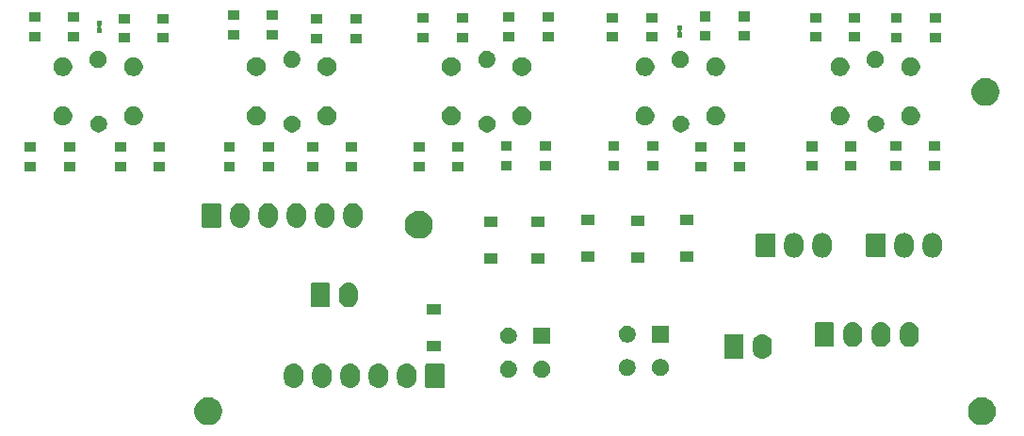
<source format=gbr>
G04 #@! TF.GenerationSoftware,KiCad,Pcbnew,(5.1.6)-1*
G04 #@! TF.CreationDate,2020-11-25T13:13:22+11:00*
G04 #@! TF.ProjectId,RWR_Control_Panel,5257525f-436f-46e7-9472-6f6c5f50616e,-*
G04 #@! TF.SameCoordinates,Original*
G04 #@! TF.FileFunction,Soldermask,Top*
G04 #@! TF.FilePolarity,Negative*
%FSLAX46Y46*%
G04 Gerber Fmt 4.6, Leading zero omitted, Abs format (unit mm)*
G04 Created by KiCad (PCBNEW (5.1.6)-1) date 2020-11-25 13:13:22*
%MOMM*%
%LPD*%
G01*
G04 APERTURE LIST*
%ADD10C,0.100000*%
G04 APERTURE END LIST*
D10*
G36*
X191848610Y-118718036D02*
G01*
X192076095Y-118812264D01*
X192076097Y-118812265D01*
X192280828Y-118949062D01*
X192454938Y-119123172D01*
X192591736Y-119327905D01*
X192685964Y-119555390D01*
X192734000Y-119796884D01*
X192734000Y-120043116D01*
X192685964Y-120284610D01*
X192591736Y-120512095D01*
X192591735Y-120512097D01*
X192454938Y-120716828D01*
X192280828Y-120890938D01*
X192076097Y-121027735D01*
X192076096Y-121027736D01*
X192076095Y-121027736D01*
X191848610Y-121121964D01*
X191607116Y-121170000D01*
X191360884Y-121170000D01*
X191119390Y-121121964D01*
X190891905Y-121027736D01*
X190891904Y-121027736D01*
X190891903Y-121027735D01*
X190687172Y-120890938D01*
X190513062Y-120716828D01*
X190376265Y-120512097D01*
X190376264Y-120512095D01*
X190282036Y-120284610D01*
X190234000Y-120043116D01*
X190234000Y-119796884D01*
X190282036Y-119555390D01*
X190376264Y-119327905D01*
X190513062Y-119123172D01*
X190687172Y-118949062D01*
X190891903Y-118812265D01*
X190891905Y-118812264D01*
X191119390Y-118718036D01*
X191360884Y-118670000D01*
X191607116Y-118670000D01*
X191848610Y-118718036D01*
G37*
G36*
X122316610Y-118718036D02*
G01*
X122544095Y-118812264D01*
X122544097Y-118812265D01*
X122748828Y-118949062D01*
X122922938Y-119123172D01*
X123059736Y-119327905D01*
X123153964Y-119555390D01*
X123202000Y-119796884D01*
X123202000Y-120043116D01*
X123153964Y-120284610D01*
X123059736Y-120512095D01*
X123059735Y-120512097D01*
X122922938Y-120716828D01*
X122748828Y-120890938D01*
X122544097Y-121027735D01*
X122544096Y-121027736D01*
X122544095Y-121027736D01*
X122316610Y-121121964D01*
X122075116Y-121170000D01*
X121828884Y-121170000D01*
X121587390Y-121121964D01*
X121359905Y-121027736D01*
X121359904Y-121027736D01*
X121359903Y-121027735D01*
X121155172Y-120890938D01*
X120981062Y-120716828D01*
X120844265Y-120512097D01*
X120844264Y-120512095D01*
X120750036Y-120284610D01*
X120702000Y-120043116D01*
X120702000Y-119796884D01*
X120750036Y-119555390D01*
X120844264Y-119327905D01*
X120981062Y-119123172D01*
X121155172Y-118949062D01*
X121359903Y-118812265D01*
X121359905Y-118812264D01*
X121587390Y-118718036D01*
X121828884Y-118670000D01*
X122075116Y-118670000D01*
X122316610Y-118718036D01*
G37*
G36*
X132333548Y-115657588D02*
G01*
X132497548Y-115707337D01*
X132648683Y-115788121D01*
X132781160Y-115896840D01*
X132889879Y-116029317D01*
X132970663Y-116180452D01*
X133020412Y-116344453D01*
X133033000Y-116472263D01*
X133033000Y-117017738D01*
X133020412Y-117145548D01*
X132970663Y-117309548D01*
X132889879Y-117460683D01*
X132781160Y-117593160D01*
X132648683Y-117701879D01*
X132497547Y-117782663D01*
X132333547Y-117832412D01*
X132163000Y-117849209D01*
X131992452Y-117832412D01*
X131828452Y-117782663D01*
X131677317Y-117701879D01*
X131544840Y-117593160D01*
X131436121Y-117460683D01*
X131355337Y-117309547D01*
X131305588Y-117145547D01*
X131293000Y-117017737D01*
X131293000Y-116472262D01*
X131305588Y-116344452D01*
X131355336Y-116180454D01*
X131398518Y-116099668D01*
X131436122Y-116029316D01*
X131445870Y-116017437D01*
X131544841Y-115896840D01*
X131677318Y-115788121D01*
X131828453Y-115707337D01*
X131992453Y-115657588D01*
X132163000Y-115640791D01*
X132333548Y-115657588D01*
G37*
G36*
X137413548Y-115657588D02*
G01*
X137577548Y-115707337D01*
X137728683Y-115788121D01*
X137861160Y-115896840D01*
X137969879Y-116029317D01*
X138050663Y-116180452D01*
X138100412Y-116344453D01*
X138113000Y-116472263D01*
X138113000Y-117017738D01*
X138100412Y-117145548D01*
X138050663Y-117309548D01*
X137969879Y-117460683D01*
X137861160Y-117593160D01*
X137728683Y-117701879D01*
X137577547Y-117782663D01*
X137413547Y-117832412D01*
X137243000Y-117849209D01*
X137072452Y-117832412D01*
X136908452Y-117782663D01*
X136757317Y-117701879D01*
X136624840Y-117593160D01*
X136516121Y-117460683D01*
X136435337Y-117309547D01*
X136385588Y-117145547D01*
X136373000Y-117017737D01*
X136373000Y-116472262D01*
X136385588Y-116344452D01*
X136435336Y-116180454D01*
X136478518Y-116099668D01*
X136516122Y-116029316D01*
X136525870Y-116017437D01*
X136624841Y-115896840D01*
X136757318Y-115788121D01*
X136908453Y-115707337D01*
X137072453Y-115657588D01*
X137243000Y-115640791D01*
X137413548Y-115657588D01*
G37*
G36*
X134873548Y-115657588D02*
G01*
X135037548Y-115707337D01*
X135188683Y-115788121D01*
X135321160Y-115896840D01*
X135429879Y-116029317D01*
X135510663Y-116180452D01*
X135560412Y-116344453D01*
X135573000Y-116472263D01*
X135573000Y-117017738D01*
X135560412Y-117145548D01*
X135510663Y-117309548D01*
X135429879Y-117460683D01*
X135321160Y-117593160D01*
X135188683Y-117701879D01*
X135037547Y-117782663D01*
X134873547Y-117832412D01*
X134703000Y-117849209D01*
X134532452Y-117832412D01*
X134368452Y-117782663D01*
X134217317Y-117701879D01*
X134084840Y-117593160D01*
X133976121Y-117460683D01*
X133895337Y-117309547D01*
X133845588Y-117145547D01*
X133833000Y-117017737D01*
X133833000Y-116472262D01*
X133845588Y-116344452D01*
X133895336Y-116180454D01*
X133938518Y-116099668D01*
X133976122Y-116029316D01*
X133985870Y-116017437D01*
X134084841Y-115896840D01*
X134217318Y-115788121D01*
X134368453Y-115707337D01*
X134532453Y-115657588D01*
X134703000Y-115640791D01*
X134873548Y-115657588D01*
G37*
G36*
X129793548Y-115657588D02*
G01*
X129957548Y-115707337D01*
X130108683Y-115788121D01*
X130241160Y-115896840D01*
X130349879Y-116029317D01*
X130430663Y-116180452D01*
X130480412Y-116344453D01*
X130493000Y-116472263D01*
X130493000Y-117017738D01*
X130480412Y-117145548D01*
X130430663Y-117309548D01*
X130349879Y-117460683D01*
X130241160Y-117593160D01*
X130108683Y-117701879D01*
X129957547Y-117782663D01*
X129793547Y-117832412D01*
X129623000Y-117849209D01*
X129452452Y-117832412D01*
X129288452Y-117782663D01*
X129137317Y-117701879D01*
X129004840Y-117593160D01*
X128896121Y-117460683D01*
X128815337Y-117309547D01*
X128765588Y-117145547D01*
X128753000Y-117017737D01*
X128753000Y-116472262D01*
X128765588Y-116344452D01*
X128815336Y-116180454D01*
X128858518Y-116099668D01*
X128896122Y-116029316D01*
X128905870Y-116017437D01*
X129004841Y-115896840D01*
X129137318Y-115788121D01*
X129288453Y-115707337D01*
X129452453Y-115657588D01*
X129623000Y-115640791D01*
X129793548Y-115657588D01*
G37*
G36*
X139953548Y-115657588D02*
G01*
X140117548Y-115707337D01*
X140268683Y-115788121D01*
X140401160Y-115896840D01*
X140509879Y-116029317D01*
X140590663Y-116180452D01*
X140640412Y-116344453D01*
X140653000Y-116472263D01*
X140653000Y-117017738D01*
X140640412Y-117145548D01*
X140590663Y-117309548D01*
X140509879Y-117460683D01*
X140401160Y-117593160D01*
X140268683Y-117701879D01*
X140117547Y-117782663D01*
X139953547Y-117832412D01*
X139783000Y-117849209D01*
X139612452Y-117832412D01*
X139448452Y-117782663D01*
X139297317Y-117701879D01*
X139164840Y-117593160D01*
X139056121Y-117460683D01*
X138975337Y-117309547D01*
X138925588Y-117145547D01*
X138913000Y-117017737D01*
X138913000Y-116472262D01*
X138925588Y-116344452D01*
X138975336Y-116180454D01*
X139018518Y-116099668D01*
X139056122Y-116029316D01*
X139065870Y-116017437D01*
X139164841Y-115896840D01*
X139297318Y-115788121D01*
X139448453Y-115707337D01*
X139612453Y-115657588D01*
X139783000Y-115640791D01*
X139953548Y-115657588D01*
G37*
G36*
X143063355Y-115648685D02*
G01*
X143093434Y-115657809D01*
X143121146Y-115672622D01*
X143145441Y-115692559D01*
X143165378Y-115716854D01*
X143180191Y-115744566D01*
X143189315Y-115774645D01*
X143193000Y-115812059D01*
X143193000Y-117677941D01*
X143189315Y-117715355D01*
X143180191Y-117745434D01*
X143165378Y-117773146D01*
X143145441Y-117797441D01*
X143121146Y-117817378D01*
X143093434Y-117832191D01*
X143063355Y-117841315D01*
X143025941Y-117845000D01*
X141620059Y-117845000D01*
X141582645Y-117841315D01*
X141552566Y-117832191D01*
X141524854Y-117817378D01*
X141500559Y-117797441D01*
X141480622Y-117773146D01*
X141465809Y-117745434D01*
X141456685Y-117715355D01*
X141453000Y-117677941D01*
X141453000Y-115812059D01*
X141456685Y-115774645D01*
X141465809Y-115744566D01*
X141480622Y-115716854D01*
X141500559Y-115692559D01*
X141524854Y-115672622D01*
X141552566Y-115657809D01*
X141582645Y-115648685D01*
X141620059Y-115645000D01*
X143025941Y-115645000D01*
X143063355Y-115648685D01*
G37*
G36*
X149145684Y-115407205D02*
G01*
X149283997Y-115464496D01*
X149408470Y-115547666D01*
X149514334Y-115653530D01*
X149597504Y-115778003D01*
X149654795Y-115916316D01*
X149684001Y-116063144D01*
X149684001Y-116212854D01*
X149654795Y-116359682D01*
X149597504Y-116497995D01*
X149514334Y-116622468D01*
X149408470Y-116728332D01*
X149283997Y-116811502D01*
X149145684Y-116868793D01*
X148998856Y-116897999D01*
X148849146Y-116897999D01*
X148702318Y-116868793D01*
X148564005Y-116811502D01*
X148439532Y-116728332D01*
X148333668Y-116622468D01*
X148250498Y-116497995D01*
X148193207Y-116359682D01*
X148164001Y-116212854D01*
X148164001Y-116063144D01*
X148193207Y-115916316D01*
X148250498Y-115778003D01*
X148333668Y-115653530D01*
X148439532Y-115547666D01*
X148564005Y-115464496D01*
X148702318Y-115407205D01*
X148849146Y-115377999D01*
X148998856Y-115377999D01*
X149145684Y-115407205D01*
G37*
G36*
X152145683Y-115407205D02*
G01*
X152283996Y-115464496D01*
X152408469Y-115547666D01*
X152514333Y-115653530D01*
X152597503Y-115778003D01*
X152654794Y-115916316D01*
X152684000Y-116063144D01*
X152684000Y-116212854D01*
X152654794Y-116359682D01*
X152597503Y-116497995D01*
X152514333Y-116622468D01*
X152408469Y-116728332D01*
X152283996Y-116811502D01*
X152145683Y-116868793D01*
X151998855Y-116897999D01*
X151849145Y-116897999D01*
X151702317Y-116868793D01*
X151564004Y-116811502D01*
X151439531Y-116728332D01*
X151333667Y-116622468D01*
X151250497Y-116497995D01*
X151193206Y-116359682D01*
X151164000Y-116212854D01*
X151164000Y-116063144D01*
X151193206Y-115916316D01*
X151250497Y-115778003D01*
X151333667Y-115653530D01*
X151439531Y-115547666D01*
X151564004Y-115464496D01*
X151702317Y-115407205D01*
X151849145Y-115377999D01*
X151998855Y-115377999D01*
X152145683Y-115407205D01*
G37*
G36*
X162813683Y-115255205D02*
G01*
X162951996Y-115312496D01*
X163076469Y-115395666D01*
X163182333Y-115501530D01*
X163265503Y-115626003D01*
X163322794Y-115764316D01*
X163352000Y-115911144D01*
X163352000Y-116060854D01*
X163322794Y-116207682D01*
X163265503Y-116345995D01*
X163182333Y-116470468D01*
X163076469Y-116576332D01*
X162951996Y-116659502D01*
X162813683Y-116716793D01*
X162666855Y-116745999D01*
X162517145Y-116745999D01*
X162370317Y-116716793D01*
X162232004Y-116659502D01*
X162107531Y-116576332D01*
X162001667Y-116470468D01*
X161918497Y-116345995D01*
X161861206Y-116207682D01*
X161832000Y-116060854D01*
X161832000Y-115911144D01*
X161861206Y-115764316D01*
X161918497Y-115626003D01*
X162001667Y-115501530D01*
X162107531Y-115395666D01*
X162232004Y-115312496D01*
X162370317Y-115255205D01*
X162517145Y-115225999D01*
X162666855Y-115225999D01*
X162813683Y-115255205D01*
G37*
G36*
X159813684Y-115255205D02*
G01*
X159951997Y-115312496D01*
X160076470Y-115395666D01*
X160182334Y-115501530D01*
X160265504Y-115626003D01*
X160322795Y-115764316D01*
X160352001Y-115911144D01*
X160352001Y-116060854D01*
X160322795Y-116207682D01*
X160265504Y-116345995D01*
X160182334Y-116470468D01*
X160076470Y-116576332D01*
X159951997Y-116659502D01*
X159813684Y-116716793D01*
X159666856Y-116745999D01*
X159517146Y-116745999D01*
X159370318Y-116716793D01*
X159232005Y-116659502D01*
X159107532Y-116576332D01*
X159001668Y-116470468D01*
X158918498Y-116345995D01*
X158861207Y-116207682D01*
X158832001Y-116060854D01*
X158832001Y-115911144D01*
X158861207Y-115764316D01*
X158918498Y-115626003D01*
X159001668Y-115501530D01*
X159107532Y-115395666D01*
X159232005Y-115312496D01*
X159370318Y-115255205D01*
X159517146Y-115225999D01*
X159666856Y-115225999D01*
X159813684Y-115255205D01*
G37*
G36*
X171906547Y-113015588D02*
G01*
X172070547Y-113065337D01*
X172221683Y-113146121D01*
X172354160Y-113254840D01*
X172462879Y-113387317D01*
X172543663Y-113538452D01*
X172593412Y-113702452D01*
X172606000Y-113830262D01*
X172606000Y-114375737D01*
X172593412Y-114503547D01*
X172543663Y-114667548D01*
X172462879Y-114818683D01*
X172354160Y-114951160D01*
X172221683Y-115059879D01*
X172070548Y-115140663D01*
X171906548Y-115190412D01*
X171736000Y-115207209D01*
X171565453Y-115190412D01*
X171401453Y-115140663D01*
X171250318Y-115059879D01*
X171117841Y-114951160D01*
X171009123Y-114818685D01*
X171009122Y-114818683D01*
X170971518Y-114748332D01*
X170928336Y-114667546D01*
X170878588Y-114503548D01*
X170866000Y-114375738D01*
X170866000Y-113830263D01*
X170878588Y-113702453D01*
X170928337Y-113538453D01*
X171009121Y-113387317D01*
X171117840Y-113254840D01*
X171250317Y-113146121D01*
X171401452Y-113065337D01*
X171565452Y-113015588D01*
X171736000Y-112998791D01*
X171906547Y-113015588D01*
G37*
G36*
X169936355Y-113006685D02*
G01*
X169966434Y-113015809D01*
X169994146Y-113030622D01*
X170018441Y-113050559D01*
X170038378Y-113074854D01*
X170053191Y-113102566D01*
X170062315Y-113132645D01*
X170066000Y-113170059D01*
X170066000Y-115035941D01*
X170062315Y-115073355D01*
X170053191Y-115103434D01*
X170038378Y-115131146D01*
X170018441Y-115155441D01*
X169994146Y-115175378D01*
X169966434Y-115190191D01*
X169936355Y-115199315D01*
X169898941Y-115203000D01*
X168493059Y-115203000D01*
X168455645Y-115199315D01*
X168425566Y-115190191D01*
X168397854Y-115175378D01*
X168373559Y-115155441D01*
X168353622Y-115131146D01*
X168338809Y-115103434D01*
X168329685Y-115073355D01*
X168326000Y-115035941D01*
X168326000Y-113170059D01*
X168329685Y-113132645D01*
X168338809Y-113102566D01*
X168353622Y-113074854D01*
X168373559Y-113050559D01*
X168397854Y-113030622D01*
X168425566Y-113015809D01*
X168455645Y-113006685D01*
X168493059Y-113003000D01*
X169898941Y-113003000D01*
X169936355Y-113006685D01*
G37*
G36*
X142821000Y-114502000D02*
G01*
X141621000Y-114502000D01*
X141621000Y-113602000D01*
X142821000Y-113602000D01*
X142821000Y-114502000D01*
G37*
G36*
X180034547Y-111948588D02*
G01*
X180198547Y-111998337D01*
X180349683Y-112079121D01*
X180482160Y-112187840D01*
X180590879Y-112320317D01*
X180671663Y-112471452D01*
X180721412Y-112635452D01*
X180734000Y-112763262D01*
X180734000Y-113308737D01*
X180721412Y-113436547D01*
X180671663Y-113600548D01*
X180590879Y-113751683D01*
X180482160Y-113884160D01*
X180349683Y-113992879D01*
X180198548Y-114073663D01*
X180034548Y-114123412D01*
X179864000Y-114140209D01*
X179693453Y-114123412D01*
X179529453Y-114073663D01*
X179378318Y-113992879D01*
X179245841Y-113884160D01*
X179137123Y-113751685D01*
X179137122Y-113751683D01*
X179068056Y-113622472D01*
X179056336Y-113600546D01*
X179006588Y-113436548D01*
X178994000Y-113308738D01*
X178994000Y-112763263D01*
X179006588Y-112635453D01*
X179056337Y-112471453D01*
X179137121Y-112320317D01*
X179245840Y-112187840D01*
X179378317Y-112079121D01*
X179529452Y-111998337D01*
X179693452Y-111948588D01*
X179864000Y-111931791D01*
X180034547Y-111948588D01*
G37*
G36*
X182574547Y-111948588D02*
G01*
X182738547Y-111998337D01*
X182889683Y-112079121D01*
X183022160Y-112187840D01*
X183130879Y-112320317D01*
X183211663Y-112471452D01*
X183261412Y-112635452D01*
X183274000Y-112763262D01*
X183274000Y-113308737D01*
X183261412Y-113436547D01*
X183211663Y-113600548D01*
X183130879Y-113751683D01*
X183022160Y-113884160D01*
X182889683Y-113992879D01*
X182738548Y-114073663D01*
X182574548Y-114123412D01*
X182404000Y-114140209D01*
X182233453Y-114123412D01*
X182069453Y-114073663D01*
X181918318Y-113992879D01*
X181785841Y-113884160D01*
X181677123Y-113751685D01*
X181677122Y-113751683D01*
X181608056Y-113622472D01*
X181596336Y-113600546D01*
X181546588Y-113436548D01*
X181534000Y-113308738D01*
X181534000Y-112763263D01*
X181546588Y-112635453D01*
X181596337Y-112471453D01*
X181677121Y-112320317D01*
X181785840Y-112187840D01*
X181918317Y-112079121D01*
X182069452Y-111998337D01*
X182233452Y-111948588D01*
X182404000Y-111931791D01*
X182574547Y-111948588D01*
G37*
G36*
X185114547Y-111948588D02*
G01*
X185278547Y-111998337D01*
X185429683Y-112079121D01*
X185562160Y-112187840D01*
X185670879Y-112320317D01*
X185751663Y-112471452D01*
X185801412Y-112635452D01*
X185814000Y-112763262D01*
X185814000Y-113308737D01*
X185801412Y-113436547D01*
X185751663Y-113600548D01*
X185670879Y-113751683D01*
X185562160Y-113884160D01*
X185429683Y-113992879D01*
X185278548Y-114073663D01*
X185114548Y-114123412D01*
X184944000Y-114140209D01*
X184773453Y-114123412D01*
X184609453Y-114073663D01*
X184458318Y-113992879D01*
X184325841Y-113884160D01*
X184217123Y-113751685D01*
X184217122Y-113751683D01*
X184148056Y-113622472D01*
X184136336Y-113600546D01*
X184086588Y-113436548D01*
X184074000Y-113308738D01*
X184074000Y-112763263D01*
X184086588Y-112635453D01*
X184136337Y-112471453D01*
X184217121Y-112320317D01*
X184325840Y-112187840D01*
X184458317Y-112079121D01*
X184609452Y-111998337D01*
X184773452Y-111948588D01*
X184944000Y-111931791D01*
X185114547Y-111948588D01*
G37*
G36*
X178064355Y-111939685D02*
G01*
X178094434Y-111948809D01*
X178122146Y-111963622D01*
X178146441Y-111983559D01*
X178166378Y-112007854D01*
X178181191Y-112035566D01*
X178190315Y-112065645D01*
X178194000Y-112103059D01*
X178194000Y-113968941D01*
X178190315Y-114006355D01*
X178181191Y-114036434D01*
X178166378Y-114064146D01*
X178146441Y-114088441D01*
X178122146Y-114108378D01*
X178094434Y-114123191D01*
X178064355Y-114132315D01*
X178026941Y-114136000D01*
X176621059Y-114136000D01*
X176583645Y-114132315D01*
X176553566Y-114123191D01*
X176525854Y-114108378D01*
X176501559Y-114088441D01*
X176481622Y-114064146D01*
X176466809Y-114036434D01*
X176457685Y-114006355D01*
X176454000Y-113968941D01*
X176454000Y-112103059D01*
X176457685Y-112065645D01*
X176466809Y-112035566D01*
X176481622Y-112007854D01*
X176501559Y-111983559D01*
X176525854Y-111963622D01*
X176553566Y-111948809D01*
X176583645Y-111939685D01*
X176621059Y-111936000D01*
X178026941Y-111936000D01*
X178064355Y-111939685D01*
G37*
G36*
X149145684Y-112407206D02*
G01*
X149283997Y-112464497D01*
X149408470Y-112547667D01*
X149514334Y-112653531D01*
X149597504Y-112778004D01*
X149654795Y-112916317D01*
X149684001Y-113063145D01*
X149684001Y-113212855D01*
X149654795Y-113359683D01*
X149597504Y-113497996D01*
X149514334Y-113622469D01*
X149408470Y-113728333D01*
X149283997Y-113811503D01*
X149145684Y-113868794D01*
X148998856Y-113898000D01*
X148849146Y-113898000D01*
X148702318Y-113868794D01*
X148564005Y-113811503D01*
X148439532Y-113728333D01*
X148333668Y-113622469D01*
X148250498Y-113497996D01*
X148193207Y-113359683D01*
X148164001Y-113212855D01*
X148164001Y-113063145D01*
X148193207Y-112916317D01*
X148250498Y-112778004D01*
X148333668Y-112653531D01*
X148439532Y-112547667D01*
X148564005Y-112464497D01*
X148702318Y-112407206D01*
X148849146Y-112378000D01*
X148998856Y-112378000D01*
X149145684Y-112407206D01*
G37*
G36*
X152684000Y-113898000D02*
G01*
X151164000Y-113898000D01*
X151164000Y-112378000D01*
X152684000Y-112378000D01*
X152684000Y-113898000D01*
G37*
G36*
X163352000Y-113746000D02*
G01*
X161832000Y-113746000D01*
X161832000Y-112226000D01*
X163352000Y-112226000D01*
X163352000Y-113746000D01*
G37*
G36*
X159813684Y-112255206D02*
G01*
X159951997Y-112312497D01*
X160076470Y-112395667D01*
X160182334Y-112501531D01*
X160265504Y-112626004D01*
X160322795Y-112764317D01*
X160352001Y-112911145D01*
X160352001Y-113060855D01*
X160322795Y-113207683D01*
X160265504Y-113345996D01*
X160182334Y-113470469D01*
X160076470Y-113576333D01*
X159951997Y-113659503D01*
X159813684Y-113716794D01*
X159666856Y-113746000D01*
X159517146Y-113746000D01*
X159370318Y-113716794D01*
X159232005Y-113659503D01*
X159107532Y-113576333D01*
X159001668Y-113470469D01*
X158918498Y-113345996D01*
X158861207Y-113207683D01*
X158832001Y-113060855D01*
X158832001Y-112911145D01*
X158861207Y-112764317D01*
X158918498Y-112626004D01*
X159001668Y-112501531D01*
X159107532Y-112395667D01*
X159232005Y-112312497D01*
X159370318Y-112255206D01*
X159517146Y-112226000D01*
X159666856Y-112226000D01*
X159813684Y-112255206D01*
G37*
G36*
X142821000Y-111202000D02*
G01*
X141621000Y-111202000D01*
X141621000Y-110302000D01*
X142821000Y-110302000D01*
X142821000Y-111202000D01*
G37*
G36*
X134720547Y-108392588D02*
G01*
X134884547Y-108442337D01*
X135035683Y-108523121D01*
X135168160Y-108631840D01*
X135276879Y-108764317D01*
X135357663Y-108915452D01*
X135407412Y-109079452D01*
X135420000Y-109207262D01*
X135420000Y-109752737D01*
X135407412Y-109880547D01*
X135357663Y-110044548D01*
X135276879Y-110195683D01*
X135168160Y-110328160D01*
X135035683Y-110436879D01*
X134884548Y-110517663D01*
X134720548Y-110567412D01*
X134550000Y-110584209D01*
X134379453Y-110567412D01*
X134215453Y-110517663D01*
X134064318Y-110436879D01*
X133931841Y-110328160D01*
X133823123Y-110195685D01*
X133823122Y-110195683D01*
X133785518Y-110125332D01*
X133742336Y-110044546D01*
X133692588Y-109880548D01*
X133680000Y-109752738D01*
X133680000Y-109207263D01*
X133692588Y-109079453D01*
X133742337Y-108915453D01*
X133823121Y-108764317D01*
X133931840Y-108631840D01*
X134064317Y-108523121D01*
X134215452Y-108442337D01*
X134379452Y-108392588D01*
X134550000Y-108375791D01*
X134720547Y-108392588D01*
G37*
G36*
X132750355Y-108383685D02*
G01*
X132780434Y-108392809D01*
X132808146Y-108407622D01*
X132832441Y-108427559D01*
X132852378Y-108451854D01*
X132867191Y-108479566D01*
X132876315Y-108509645D01*
X132880000Y-108547059D01*
X132880000Y-110412941D01*
X132876315Y-110450355D01*
X132867191Y-110480434D01*
X132852378Y-110508146D01*
X132832441Y-110532441D01*
X132808146Y-110552378D01*
X132780434Y-110567191D01*
X132750355Y-110576315D01*
X132712941Y-110580000D01*
X131307059Y-110580000D01*
X131269645Y-110576315D01*
X131239566Y-110567191D01*
X131211854Y-110552378D01*
X131187559Y-110532441D01*
X131167622Y-110508146D01*
X131152809Y-110480434D01*
X131143685Y-110450355D01*
X131140000Y-110412941D01*
X131140000Y-108547059D01*
X131143685Y-108509645D01*
X131152809Y-108479566D01*
X131167622Y-108451854D01*
X131187559Y-108427559D01*
X131211854Y-108407622D01*
X131239566Y-108392809D01*
X131269645Y-108383685D01*
X131307059Y-108380000D01*
X132712941Y-108380000D01*
X132750355Y-108383685D01*
G37*
G36*
X152206000Y-106626000D02*
G01*
X151006000Y-106626000D01*
X151006000Y-105726000D01*
X152206000Y-105726000D01*
X152206000Y-106626000D01*
G37*
G36*
X147952000Y-106626000D02*
G01*
X146752000Y-106626000D01*
X146752000Y-105726000D01*
X147952000Y-105726000D01*
X147952000Y-106626000D01*
G37*
G36*
X161122000Y-106551000D02*
G01*
X159922000Y-106551000D01*
X159922000Y-105651000D01*
X161122000Y-105651000D01*
X161122000Y-106551000D01*
G37*
G36*
X156664000Y-106474000D02*
G01*
X155464000Y-106474000D01*
X155464000Y-105574000D01*
X156664000Y-105574000D01*
X156664000Y-106474000D01*
G37*
G36*
X165579000Y-106450000D02*
G01*
X164379000Y-106450000D01*
X164379000Y-105550000D01*
X165579000Y-105550000D01*
X165579000Y-106450000D01*
G37*
G36*
X187197547Y-103922588D02*
G01*
X187361547Y-103972337D01*
X187512683Y-104053121D01*
X187645160Y-104161840D01*
X187753879Y-104294317D01*
X187834663Y-104445452D01*
X187884412Y-104609452D01*
X187897000Y-104737262D01*
X187897000Y-105282737D01*
X187884412Y-105410547D01*
X187834663Y-105574548D01*
X187753879Y-105725683D01*
X187645160Y-105858160D01*
X187512683Y-105966879D01*
X187361548Y-106047663D01*
X187197548Y-106097412D01*
X187027000Y-106114209D01*
X186856453Y-106097412D01*
X186692453Y-106047663D01*
X186541318Y-105966879D01*
X186408841Y-105858160D01*
X186309870Y-105737562D01*
X186300122Y-105725684D01*
X186260202Y-105651000D01*
X186219336Y-105574546D01*
X186169588Y-105410548D01*
X186157000Y-105282738D01*
X186157000Y-104737263D01*
X186169588Y-104609453D01*
X186219337Y-104445453D01*
X186300121Y-104294317D01*
X186408840Y-104161840D01*
X186541317Y-104053121D01*
X186692452Y-103972337D01*
X186856452Y-103922588D01*
X187027000Y-103905791D01*
X187197547Y-103922588D01*
G37*
G36*
X184657547Y-103922588D02*
G01*
X184821547Y-103972337D01*
X184972683Y-104053121D01*
X185105160Y-104161840D01*
X185213879Y-104294317D01*
X185294663Y-104445452D01*
X185344412Y-104609452D01*
X185357000Y-104737262D01*
X185357000Y-105282737D01*
X185344412Y-105410547D01*
X185294663Y-105574548D01*
X185213879Y-105725683D01*
X185105160Y-105858160D01*
X184972683Y-105966879D01*
X184821548Y-106047663D01*
X184657548Y-106097412D01*
X184487000Y-106114209D01*
X184316453Y-106097412D01*
X184152453Y-106047663D01*
X184001318Y-105966879D01*
X183868841Y-105858160D01*
X183769870Y-105737562D01*
X183760122Y-105725684D01*
X183720202Y-105651000D01*
X183679336Y-105574546D01*
X183629588Y-105410548D01*
X183617000Y-105282738D01*
X183617000Y-104737263D01*
X183629588Y-104609453D01*
X183679337Y-104445453D01*
X183760121Y-104294317D01*
X183868840Y-104161840D01*
X184001317Y-104053121D01*
X184152452Y-103972337D01*
X184316452Y-103922588D01*
X184487000Y-103905791D01*
X184657547Y-103922588D01*
G37*
G36*
X177291547Y-103922588D02*
G01*
X177455547Y-103972337D01*
X177606683Y-104053121D01*
X177739160Y-104161840D01*
X177847879Y-104294317D01*
X177928663Y-104445452D01*
X177978412Y-104609452D01*
X177991000Y-104737262D01*
X177991000Y-105282737D01*
X177978412Y-105410547D01*
X177928663Y-105574548D01*
X177847879Y-105725683D01*
X177739160Y-105858160D01*
X177606683Y-105966879D01*
X177455548Y-106047663D01*
X177291548Y-106097412D01*
X177121000Y-106114209D01*
X176950453Y-106097412D01*
X176786453Y-106047663D01*
X176635318Y-105966879D01*
X176502841Y-105858160D01*
X176403870Y-105737562D01*
X176394122Y-105725684D01*
X176354202Y-105651000D01*
X176313336Y-105574546D01*
X176263588Y-105410548D01*
X176251000Y-105282738D01*
X176251000Y-104737263D01*
X176263588Y-104609453D01*
X176313337Y-104445453D01*
X176394121Y-104294317D01*
X176502840Y-104161840D01*
X176635317Y-104053121D01*
X176786452Y-103972337D01*
X176950452Y-103922588D01*
X177121000Y-103905791D01*
X177291547Y-103922588D01*
G37*
G36*
X174751547Y-103922588D02*
G01*
X174915547Y-103972337D01*
X175066683Y-104053121D01*
X175199160Y-104161840D01*
X175307879Y-104294317D01*
X175388663Y-104445452D01*
X175438412Y-104609452D01*
X175451000Y-104737262D01*
X175451000Y-105282737D01*
X175438412Y-105410547D01*
X175388663Y-105574548D01*
X175307879Y-105725683D01*
X175199160Y-105858160D01*
X175066683Y-105966879D01*
X174915548Y-106047663D01*
X174751548Y-106097412D01*
X174581000Y-106114209D01*
X174410453Y-106097412D01*
X174246453Y-106047663D01*
X174095318Y-105966879D01*
X173962841Y-105858160D01*
X173863870Y-105737562D01*
X173854122Y-105725684D01*
X173814202Y-105651000D01*
X173773336Y-105574546D01*
X173723588Y-105410548D01*
X173711000Y-105282738D01*
X173711000Y-104737263D01*
X173723588Y-104609453D01*
X173773337Y-104445453D01*
X173854121Y-104294317D01*
X173962840Y-104161840D01*
X174095317Y-104053121D01*
X174246452Y-103972337D01*
X174410452Y-103922588D01*
X174581000Y-103905791D01*
X174751547Y-103922588D01*
G37*
G36*
X182687355Y-103913685D02*
G01*
X182717434Y-103922809D01*
X182745146Y-103937622D01*
X182769441Y-103957559D01*
X182789378Y-103981854D01*
X182804191Y-104009566D01*
X182813315Y-104039645D01*
X182817000Y-104077059D01*
X182817000Y-105942941D01*
X182813315Y-105980355D01*
X182804191Y-106010434D01*
X182789378Y-106038146D01*
X182769441Y-106062441D01*
X182745146Y-106082378D01*
X182717434Y-106097191D01*
X182687355Y-106106315D01*
X182649941Y-106110000D01*
X181244059Y-106110000D01*
X181206645Y-106106315D01*
X181176566Y-106097191D01*
X181148854Y-106082378D01*
X181124559Y-106062441D01*
X181104622Y-106038146D01*
X181089809Y-106010434D01*
X181080685Y-105980355D01*
X181077000Y-105942941D01*
X181077000Y-104077059D01*
X181080685Y-104039645D01*
X181089809Y-104009566D01*
X181104622Y-103981854D01*
X181124559Y-103957559D01*
X181148854Y-103937622D01*
X181176566Y-103922809D01*
X181206645Y-103913685D01*
X181244059Y-103910000D01*
X182649941Y-103910000D01*
X182687355Y-103913685D01*
G37*
G36*
X172781355Y-103913685D02*
G01*
X172811434Y-103922809D01*
X172839146Y-103937622D01*
X172863441Y-103957559D01*
X172883378Y-103981854D01*
X172898191Y-104009566D01*
X172907315Y-104039645D01*
X172911000Y-104077059D01*
X172911000Y-105942941D01*
X172907315Y-105980355D01*
X172898191Y-106010434D01*
X172883378Y-106038146D01*
X172863441Y-106062441D01*
X172839146Y-106082378D01*
X172811434Y-106097191D01*
X172781355Y-106106315D01*
X172743941Y-106110000D01*
X171338059Y-106110000D01*
X171300645Y-106106315D01*
X171270566Y-106097191D01*
X171242854Y-106082378D01*
X171218559Y-106062441D01*
X171198622Y-106038146D01*
X171183809Y-106010434D01*
X171174685Y-105980355D01*
X171171000Y-105942941D01*
X171171000Y-104077059D01*
X171174685Y-104039645D01*
X171183809Y-104009566D01*
X171198622Y-103981854D01*
X171218559Y-103957559D01*
X171242854Y-103937622D01*
X171270566Y-103922809D01*
X171300645Y-103913685D01*
X171338059Y-103910000D01*
X172743941Y-103910000D01*
X172781355Y-103913685D01*
G37*
G36*
X141239610Y-101954036D02*
G01*
X141467095Y-102048264D01*
X141467097Y-102048265D01*
X141671828Y-102185062D01*
X141845938Y-102359172D01*
X141982736Y-102563905D01*
X142076964Y-102791390D01*
X142125000Y-103032884D01*
X142125000Y-103279116D01*
X142076964Y-103520610D01*
X141982736Y-103748095D01*
X141982735Y-103748097D01*
X141845938Y-103952828D01*
X141671828Y-104126938D01*
X141467097Y-104263735D01*
X141467096Y-104263736D01*
X141467095Y-104263736D01*
X141239610Y-104357964D01*
X140998116Y-104406000D01*
X140751884Y-104406000D01*
X140510390Y-104357964D01*
X140282905Y-104263736D01*
X140282904Y-104263736D01*
X140282903Y-104263735D01*
X140078172Y-104126938D01*
X139904062Y-103952828D01*
X139767265Y-103748097D01*
X139767264Y-103748095D01*
X139673036Y-103520610D01*
X139625000Y-103279116D01*
X139625000Y-103032884D01*
X139673036Y-102791390D01*
X139767264Y-102563905D01*
X139904062Y-102359172D01*
X140078172Y-102185062D01*
X140282903Y-102048265D01*
X140282905Y-102048264D01*
X140510390Y-101954036D01*
X140751884Y-101906000D01*
X140998116Y-101906000D01*
X141239610Y-101954036D01*
G37*
G36*
X135127547Y-101230588D02*
G01*
X135291547Y-101280337D01*
X135442683Y-101361121D01*
X135575160Y-101469840D01*
X135683879Y-101602317D01*
X135764663Y-101753452D01*
X135814412Y-101917452D01*
X135827000Y-102045262D01*
X135827000Y-102590737D01*
X135814412Y-102718547D01*
X135764663Y-102882548D01*
X135683879Y-103033683D01*
X135575160Y-103166160D01*
X135442683Y-103274879D01*
X135291548Y-103355663D01*
X135127548Y-103405412D01*
X134957000Y-103422209D01*
X134786453Y-103405412D01*
X134622453Y-103355663D01*
X134471318Y-103274879D01*
X134338841Y-103166160D01*
X134230123Y-103033685D01*
X134230122Y-103033683D01*
X134192518Y-102963332D01*
X134149336Y-102882546D01*
X134099588Y-102718548D01*
X134087000Y-102590738D01*
X134087000Y-102045263D01*
X134099588Y-101917453D01*
X134149337Y-101753453D01*
X134230121Y-101602317D01*
X134338840Y-101469840D01*
X134471317Y-101361121D01*
X134622452Y-101280337D01*
X134786452Y-101230588D01*
X134957000Y-101213791D01*
X135127547Y-101230588D01*
G37*
G36*
X132587547Y-101230588D02*
G01*
X132751547Y-101280337D01*
X132902683Y-101361121D01*
X133035160Y-101469840D01*
X133143879Y-101602317D01*
X133224663Y-101753452D01*
X133274412Y-101917452D01*
X133287000Y-102045262D01*
X133287000Y-102590737D01*
X133274412Y-102718547D01*
X133224663Y-102882548D01*
X133143879Y-103033683D01*
X133035160Y-103166160D01*
X132902683Y-103274879D01*
X132751548Y-103355663D01*
X132587548Y-103405412D01*
X132417000Y-103422209D01*
X132246453Y-103405412D01*
X132082453Y-103355663D01*
X131931318Y-103274879D01*
X131798841Y-103166160D01*
X131690123Y-103033685D01*
X131690122Y-103033683D01*
X131652518Y-102963332D01*
X131609336Y-102882546D01*
X131559588Y-102718548D01*
X131547000Y-102590738D01*
X131547000Y-102045263D01*
X131559588Y-101917453D01*
X131609337Y-101753453D01*
X131690121Y-101602317D01*
X131798840Y-101469840D01*
X131931317Y-101361121D01*
X132082452Y-101280337D01*
X132246452Y-101230588D01*
X132417000Y-101213791D01*
X132587547Y-101230588D01*
G37*
G36*
X127507547Y-101230588D02*
G01*
X127671547Y-101280337D01*
X127822683Y-101361121D01*
X127955160Y-101469840D01*
X128063879Y-101602317D01*
X128144663Y-101753452D01*
X128194412Y-101917452D01*
X128207000Y-102045262D01*
X128207000Y-102590737D01*
X128194412Y-102718547D01*
X128144663Y-102882548D01*
X128063879Y-103033683D01*
X127955160Y-103166160D01*
X127822683Y-103274879D01*
X127671548Y-103355663D01*
X127507548Y-103405412D01*
X127337000Y-103422209D01*
X127166453Y-103405412D01*
X127002453Y-103355663D01*
X126851318Y-103274879D01*
X126718841Y-103166160D01*
X126610123Y-103033685D01*
X126610122Y-103033683D01*
X126572518Y-102963332D01*
X126529336Y-102882546D01*
X126479588Y-102718548D01*
X126467000Y-102590738D01*
X126467000Y-102045263D01*
X126479588Y-101917453D01*
X126529337Y-101753453D01*
X126610121Y-101602317D01*
X126718840Y-101469840D01*
X126851317Y-101361121D01*
X127002452Y-101280337D01*
X127166452Y-101230588D01*
X127337000Y-101213791D01*
X127507547Y-101230588D01*
G37*
G36*
X130047547Y-101230588D02*
G01*
X130211547Y-101280337D01*
X130362683Y-101361121D01*
X130495160Y-101469840D01*
X130603879Y-101602317D01*
X130684663Y-101753452D01*
X130734412Y-101917452D01*
X130747000Y-102045262D01*
X130747000Y-102590737D01*
X130734412Y-102718547D01*
X130684663Y-102882548D01*
X130603879Y-103033683D01*
X130495160Y-103166160D01*
X130362683Y-103274879D01*
X130211548Y-103355663D01*
X130047548Y-103405412D01*
X129877000Y-103422209D01*
X129706453Y-103405412D01*
X129542453Y-103355663D01*
X129391318Y-103274879D01*
X129258841Y-103166160D01*
X129150123Y-103033685D01*
X129150122Y-103033683D01*
X129112518Y-102963332D01*
X129069336Y-102882546D01*
X129019588Y-102718548D01*
X129007000Y-102590738D01*
X129007000Y-102045263D01*
X129019588Y-101917453D01*
X129069337Y-101753453D01*
X129150121Y-101602317D01*
X129258840Y-101469840D01*
X129391317Y-101361121D01*
X129542452Y-101280337D01*
X129706452Y-101230588D01*
X129877000Y-101213791D01*
X130047547Y-101230588D01*
G37*
G36*
X124967547Y-101230588D02*
G01*
X125131547Y-101280337D01*
X125282683Y-101361121D01*
X125415160Y-101469840D01*
X125523879Y-101602317D01*
X125604663Y-101753452D01*
X125654412Y-101917452D01*
X125667000Y-102045262D01*
X125667000Y-102590737D01*
X125654412Y-102718547D01*
X125604663Y-102882548D01*
X125523879Y-103033683D01*
X125415160Y-103166160D01*
X125282683Y-103274879D01*
X125131548Y-103355663D01*
X124967548Y-103405412D01*
X124797000Y-103422209D01*
X124626453Y-103405412D01*
X124462453Y-103355663D01*
X124311318Y-103274879D01*
X124178841Y-103166160D01*
X124070123Y-103033685D01*
X124070122Y-103033683D01*
X124032518Y-102963332D01*
X123989336Y-102882546D01*
X123939588Y-102718548D01*
X123927000Y-102590738D01*
X123927000Y-102045263D01*
X123939588Y-101917453D01*
X123989337Y-101753453D01*
X124070121Y-101602317D01*
X124178840Y-101469840D01*
X124311317Y-101361121D01*
X124462452Y-101280337D01*
X124626452Y-101230588D01*
X124797000Y-101213791D01*
X124967547Y-101230588D01*
G37*
G36*
X122997355Y-101221685D02*
G01*
X123027434Y-101230809D01*
X123055146Y-101245622D01*
X123079441Y-101265559D01*
X123099378Y-101289854D01*
X123114191Y-101317566D01*
X123123315Y-101347645D01*
X123127000Y-101385059D01*
X123127000Y-103250941D01*
X123123315Y-103288355D01*
X123114191Y-103318434D01*
X123099378Y-103346146D01*
X123079441Y-103370441D01*
X123055146Y-103390378D01*
X123027434Y-103405191D01*
X122997355Y-103414315D01*
X122959941Y-103418000D01*
X121554059Y-103418000D01*
X121516645Y-103414315D01*
X121486566Y-103405191D01*
X121458854Y-103390378D01*
X121434559Y-103370441D01*
X121414622Y-103346146D01*
X121399809Y-103318434D01*
X121390685Y-103288355D01*
X121387000Y-103250941D01*
X121387000Y-101385059D01*
X121390685Y-101347645D01*
X121399809Y-101317566D01*
X121414622Y-101289854D01*
X121434559Y-101265559D01*
X121458854Y-101245622D01*
X121486566Y-101230809D01*
X121516645Y-101221685D01*
X121554059Y-101218000D01*
X122959941Y-101218000D01*
X122997355Y-101221685D01*
G37*
G36*
X152206000Y-103326000D02*
G01*
X151006000Y-103326000D01*
X151006000Y-102426000D01*
X152206000Y-102426000D01*
X152206000Y-103326000D01*
G37*
G36*
X147952000Y-103326000D02*
G01*
X146752000Y-103326000D01*
X146752000Y-102426000D01*
X147952000Y-102426000D01*
X147952000Y-103326000D01*
G37*
G36*
X161122000Y-103251000D02*
G01*
X159922000Y-103251000D01*
X159922000Y-102351000D01*
X161122000Y-102351000D01*
X161122000Y-103251000D01*
G37*
G36*
X156664000Y-103174000D02*
G01*
X155464000Y-103174000D01*
X155464000Y-102274000D01*
X156664000Y-102274000D01*
X156664000Y-103174000D01*
G37*
G36*
X165579000Y-103150000D02*
G01*
X164379000Y-103150000D01*
X164379000Y-102250000D01*
X165579000Y-102250000D01*
X165579000Y-103150000D01*
G37*
G36*
X144905000Y-98345800D02*
G01*
X143905000Y-98345800D01*
X143905000Y-97495800D01*
X144905000Y-97495800D01*
X144905000Y-98345800D01*
G37*
G36*
X141405000Y-98345800D02*
G01*
X140405000Y-98345800D01*
X140405000Y-97495800D01*
X141405000Y-97495800D01*
X141405000Y-98345800D01*
G37*
G36*
X170227000Y-98334400D02*
G01*
X169227000Y-98334400D01*
X169227000Y-97484400D01*
X170227000Y-97484400D01*
X170227000Y-98334400D01*
G37*
G36*
X118055000Y-98334400D02*
G01*
X117055000Y-98334400D01*
X117055000Y-97484400D01*
X118055000Y-97484400D01*
X118055000Y-98334400D01*
G37*
G36*
X109978000Y-98334400D02*
G01*
X108978000Y-98334400D01*
X108978000Y-97484400D01*
X109978000Y-97484400D01*
X109978000Y-98334400D01*
G37*
G36*
X106478000Y-98334400D02*
G01*
X105478000Y-98334400D01*
X105478000Y-97484400D01*
X106478000Y-97484400D01*
X106478000Y-98334400D01*
G37*
G36*
X124359000Y-98334400D02*
G01*
X123359000Y-98334400D01*
X123359000Y-97484400D01*
X124359000Y-97484400D01*
X124359000Y-98334400D01*
G37*
G36*
X127859000Y-98334400D02*
G01*
X126859000Y-98334400D01*
X126859000Y-97484400D01*
X127859000Y-97484400D01*
X127859000Y-98334400D01*
G37*
G36*
X131827000Y-98334400D02*
G01*
X130827000Y-98334400D01*
X130827000Y-97484400D01*
X131827000Y-97484400D01*
X131827000Y-98334400D01*
G37*
G36*
X135327000Y-98334400D02*
G01*
X134327000Y-98334400D01*
X134327000Y-97484400D01*
X135327000Y-97484400D01*
X135327000Y-98334400D01*
G37*
G36*
X166727000Y-98334400D02*
G01*
X165727000Y-98334400D01*
X165727000Y-97484400D01*
X166727000Y-97484400D01*
X166727000Y-98334400D01*
G37*
G36*
X114555000Y-98334400D02*
G01*
X113555000Y-98334400D01*
X113555000Y-97484400D01*
X114555000Y-97484400D01*
X114555000Y-98334400D01*
G37*
G36*
X176711000Y-98294900D02*
G01*
X175711000Y-98294900D01*
X175711000Y-97444900D01*
X176711000Y-97444900D01*
X176711000Y-98294900D01*
G37*
G36*
X180211000Y-98294900D02*
G01*
X179211000Y-98294900D01*
X179211000Y-97444900D01*
X180211000Y-97444900D01*
X180211000Y-98294900D01*
G37*
G36*
X149251000Y-98283600D02*
G01*
X148251000Y-98283600D01*
X148251000Y-97433600D01*
X149251000Y-97433600D01*
X149251000Y-98283600D01*
G37*
G36*
X152751000Y-98283600D02*
G01*
X151751000Y-98283600D01*
X151751000Y-97433600D01*
X152751000Y-97433600D01*
X152751000Y-98283600D01*
G37*
G36*
X158903000Y-98283600D02*
G01*
X157903000Y-98283600D01*
X157903000Y-97433600D01*
X158903000Y-97433600D01*
X158903000Y-98283600D01*
G37*
G36*
X162403000Y-98283600D02*
G01*
X161403000Y-98283600D01*
X161403000Y-97433600D01*
X162403000Y-97433600D01*
X162403000Y-98283600D01*
G37*
G36*
X187725000Y-98244100D02*
G01*
X186725000Y-98244100D01*
X186725000Y-97394100D01*
X187725000Y-97394100D01*
X187725000Y-98244100D01*
G37*
G36*
X184225000Y-98244100D02*
G01*
X183225000Y-98244100D01*
X183225000Y-97394100D01*
X184225000Y-97394100D01*
X184225000Y-98244100D01*
G37*
G36*
X141405000Y-96595800D02*
G01*
X140405000Y-96595800D01*
X140405000Y-95745800D01*
X141405000Y-95745800D01*
X141405000Y-96595800D01*
G37*
G36*
X144905000Y-96595800D02*
G01*
X143905000Y-96595800D01*
X143905000Y-95745800D01*
X144905000Y-95745800D01*
X144905000Y-96595800D01*
G37*
G36*
X124359000Y-96584400D02*
G01*
X123359000Y-96584400D01*
X123359000Y-95734400D01*
X124359000Y-95734400D01*
X124359000Y-96584400D01*
G37*
G36*
X114555000Y-96584400D02*
G01*
X113555000Y-96584400D01*
X113555000Y-95734400D01*
X114555000Y-95734400D01*
X114555000Y-96584400D01*
G37*
G36*
X127859000Y-96584400D02*
G01*
X126859000Y-96584400D01*
X126859000Y-95734400D01*
X127859000Y-95734400D01*
X127859000Y-96584400D01*
G37*
G36*
X109978000Y-96584400D02*
G01*
X108978000Y-96584400D01*
X108978000Y-95734400D01*
X109978000Y-95734400D01*
X109978000Y-96584400D01*
G37*
G36*
X106478000Y-96584400D02*
G01*
X105478000Y-96584400D01*
X105478000Y-95734400D01*
X106478000Y-95734400D01*
X106478000Y-96584400D01*
G37*
G36*
X131827000Y-96584400D02*
G01*
X130827000Y-96584400D01*
X130827000Y-95734400D01*
X131827000Y-95734400D01*
X131827000Y-96584400D01*
G37*
G36*
X135327000Y-96584400D02*
G01*
X134327000Y-96584400D01*
X134327000Y-95734400D01*
X135327000Y-95734400D01*
X135327000Y-96584400D01*
G37*
G36*
X118055000Y-96584400D02*
G01*
X117055000Y-96584400D01*
X117055000Y-95734400D01*
X118055000Y-95734400D01*
X118055000Y-96584400D01*
G37*
G36*
X166727000Y-96584400D02*
G01*
X165727000Y-96584400D01*
X165727000Y-95734400D01*
X166727000Y-95734400D01*
X166727000Y-96584400D01*
G37*
G36*
X170227000Y-96584400D02*
G01*
X169227000Y-96584400D01*
X169227000Y-95734400D01*
X170227000Y-95734400D01*
X170227000Y-96584400D01*
G37*
G36*
X180211000Y-96544900D02*
G01*
X179211000Y-96544900D01*
X179211000Y-95694900D01*
X180211000Y-95694900D01*
X180211000Y-96544900D01*
G37*
G36*
X176711000Y-96544900D02*
G01*
X175711000Y-96544900D01*
X175711000Y-95694900D01*
X176711000Y-95694900D01*
X176711000Y-96544900D01*
G37*
G36*
X162403000Y-96533600D02*
G01*
X161403000Y-96533600D01*
X161403000Y-95683600D01*
X162403000Y-95683600D01*
X162403000Y-96533600D01*
G37*
G36*
X149251000Y-96533600D02*
G01*
X148251000Y-96533600D01*
X148251000Y-95683600D01*
X149251000Y-95683600D01*
X149251000Y-96533600D01*
G37*
G36*
X158903000Y-96533600D02*
G01*
X157903000Y-96533600D01*
X157903000Y-95683600D01*
X158903000Y-95683600D01*
X158903000Y-96533600D01*
G37*
G36*
X152751000Y-96533600D02*
G01*
X151751000Y-96533600D01*
X151751000Y-95683600D01*
X152751000Y-95683600D01*
X152751000Y-96533600D01*
G37*
G36*
X187725000Y-96494100D02*
G01*
X186725000Y-96494100D01*
X186725000Y-95644100D01*
X187725000Y-95644100D01*
X187725000Y-96494100D01*
G37*
G36*
X184225000Y-96494100D02*
G01*
X183225000Y-96494100D01*
X183225000Y-95644100D01*
X184225000Y-95644100D01*
X184225000Y-96494100D01*
G37*
G36*
X182109195Y-93345322D02*
G01*
X182158267Y-93355083D01*
X182296942Y-93412524D01*
X182421747Y-93495916D01*
X182527884Y-93602053D01*
X182611276Y-93726858D01*
X182668717Y-93865533D01*
X182698000Y-94012750D01*
X182698000Y-94162850D01*
X182668717Y-94310067D01*
X182611276Y-94448742D01*
X182527884Y-94573547D01*
X182421747Y-94679684D01*
X182296942Y-94763076D01*
X182158267Y-94820517D01*
X182109195Y-94830278D01*
X182011052Y-94849800D01*
X181860948Y-94849800D01*
X181762805Y-94830278D01*
X181713733Y-94820517D01*
X181575058Y-94763076D01*
X181450253Y-94679684D01*
X181344116Y-94573547D01*
X181260724Y-94448742D01*
X181203283Y-94310067D01*
X181174000Y-94162850D01*
X181174000Y-94012750D01*
X181203283Y-93865533D01*
X181260724Y-93726858D01*
X181344116Y-93602053D01*
X181450253Y-93495916D01*
X181575058Y-93412524D01*
X181713733Y-93355083D01*
X181762805Y-93345322D01*
X181860948Y-93325800D01*
X182011052Y-93325800D01*
X182109195Y-93345322D01*
G37*
G36*
X129658195Y-93345322D02*
G01*
X129707267Y-93355083D01*
X129845942Y-93412524D01*
X129970747Y-93495916D01*
X130076884Y-93602053D01*
X130160276Y-93726858D01*
X130217717Y-93865533D01*
X130247000Y-94012750D01*
X130247000Y-94162850D01*
X130217717Y-94310067D01*
X130160276Y-94448742D01*
X130076884Y-94573547D01*
X129970747Y-94679684D01*
X129845942Y-94763076D01*
X129707267Y-94820517D01*
X129658195Y-94830278D01*
X129560052Y-94849800D01*
X129409948Y-94849800D01*
X129311805Y-94830278D01*
X129262733Y-94820517D01*
X129124058Y-94763076D01*
X128999253Y-94679684D01*
X128893116Y-94573547D01*
X128809724Y-94448742D01*
X128752283Y-94310067D01*
X128723000Y-94162850D01*
X128723000Y-94012750D01*
X128752283Y-93865533D01*
X128809724Y-93726858D01*
X128893116Y-93602053D01*
X128999253Y-93495916D01*
X129124058Y-93412524D01*
X129262733Y-93355083D01*
X129311805Y-93345322D01*
X129409948Y-93325800D01*
X129560052Y-93325800D01*
X129658195Y-93345322D01*
G37*
G36*
X164583195Y-93345322D02*
G01*
X164632267Y-93355083D01*
X164770942Y-93412524D01*
X164895747Y-93495916D01*
X165001884Y-93602053D01*
X165085276Y-93726858D01*
X165142717Y-93865533D01*
X165172000Y-94012750D01*
X165172000Y-94162850D01*
X165142717Y-94310067D01*
X165085276Y-94448742D01*
X165001884Y-94573547D01*
X164895747Y-94679684D01*
X164770942Y-94763076D01*
X164632267Y-94820517D01*
X164583195Y-94830278D01*
X164485052Y-94849800D01*
X164334948Y-94849800D01*
X164236805Y-94830278D01*
X164187733Y-94820517D01*
X164049058Y-94763076D01*
X163924253Y-94679684D01*
X163818116Y-94573547D01*
X163734724Y-94448742D01*
X163677283Y-94310067D01*
X163648000Y-94162850D01*
X163648000Y-94012750D01*
X163677283Y-93865533D01*
X163734724Y-93726858D01*
X163818116Y-93602053D01*
X163924253Y-93495916D01*
X164049058Y-93412524D01*
X164187733Y-93355083D01*
X164236805Y-93345322D01*
X164334948Y-93325800D01*
X164485052Y-93325800D01*
X164583195Y-93345322D01*
G37*
G36*
X147184195Y-93345322D02*
G01*
X147233267Y-93355083D01*
X147371942Y-93412524D01*
X147496747Y-93495916D01*
X147602884Y-93602053D01*
X147686276Y-93726858D01*
X147743717Y-93865533D01*
X147773000Y-94012750D01*
X147773000Y-94162850D01*
X147743717Y-94310067D01*
X147686276Y-94448742D01*
X147602884Y-94573547D01*
X147496747Y-94679684D01*
X147371942Y-94763076D01*
X147233267Y-94820517D01*
X147184195Y-94830278D01*
X147086052Y-94849800D01*
X146935948Y-94849800D01*
X146837805Y-94830278D01*
X146788733Y-94820517D01*
X146650058Y-94763076D01*
X146525253Y-94679684D01*
X146419116Y-94573547D01*
X146335724Y-94448742D01*
X146278283Y-94310067D01*
X146249000Y-94162850D01*
X146249000Y-94012750D01*
X146278283Y-93865533D01*
X146335724Y-93726858D01*
X146419116Y-93602053D01*
X146525253Y-93495916D01*
X146650058Y-93412524D01*
X146788733Y-93355083D01*
X146837805Y-93345322D01*
X146935948Y-93325800D01*
X147086052Y-93325800D01*
X147184195Y-93345322D01*
G37*
G36*
X112259195Y-93345322D02*
G01*
X112308267Y-93355083D01*
X112446942Y-93412524D01*
X112571747Y-93495916D01*
X112677884Y-93602053D01*
X112761276Y-93726858D01*
X112818717Y-93865533D01*
X112848000Y-94012750D01*
X112848000Y-94162850D01*
X112818717Y-94310067D01*
X112761276Y-94448742D01*
X112677884Y-94573547D01*
X112571747Y-94679684D01*
X112446942Y-94763076D01*
X112308267Y-94820517D01*
X112259195Y-94830278D01*
X112161052Y-94849800D01*
X112010948Y-94849800D01*
X111912805Y-94830278D01*
X111863733Y-94820517D01*
X111725058Y-94763076D01*
X111600253Y-94679684D01*
X111494116Y-94573547D01*
X111410724Y-94448742D01*
X111353283Y-94310067D01*
X111324000Y-94162850D01*
X111324000Y-94012750D01*
X111353283Y-93865533D01*
X111410724Y-93726858D01*
X111494116Y-93602053D01*
X111600253Y-93495916D01*
X111725058Y-93412524D01*
X111863733Y-93355083D01*
X111912805Y-93345322D01*
X112010948Y-93325800D01*
X112161052Y-93325800D01*
X112259195Y-93345322D01*
G37*
G36*
X144043935Y-92559464D02*
G01*
X144198624Y-92623539D01*
X144198626Y-92623540D01*
X144337844Y-92716562D01*
X144456238Y-92834956D01*
X144549260Y-92974174D01*
X144549261Y-92974176D01*
X144613336Y-93128865D01*
X144646000Y-93293081D01*
X144646000Y-93460519D01*
X144613336Y-93624735D01*
X144571034Y-93726859D01*
X144549260Y-93779426D01*
X144456238Y-93918644D01*
X144337844Y-94037038D01*
X144198626Y-94130060D01*
X144198625Y-94130061D01*
X144198624Y-94130061D01*
X144043935Y-94194136D01*
X143879719Y-94226800D01*
X143712281Y-94226800D01*
X143548065Y-94194136D01*
X143393376Y-94130061D01*
X143393375Y-94130061D01*
X143393374Y-94130060D01*
X143254156Y-94037038D01*
X143135762Y-93918644D01*
X143042740Y-93779426D01*
X143020966Y-93726859D01*
X142978664Y-93624735D01*
X142946000Y-93460519D01*
X142946000Y-93293081D01*
X142978664Y-93128865D01*
X143042739Y-92974176D01*
X143042740Y-92974174D01*
X143135762Y-92834956D01*
X143254156Y-92716562D01*
X143393374Y-92623540D01*
X143393376Y-92623539D01*
X143548065Y-92559464D01*
X143712281Y-92526800D01*
X143879719Y-92526800D01*
X144043935Y-92559464D01*
G37*
G36*
X161442935Y-92559464D02*
G01*
X161597624Y-92623539D01*
X161597626Y-92623540D01*
X161736844Y-92716562D01*
X161855238Y-92834956D01*
X161948260Y-92974174D01*
X161948261Y-92974176D01*
X162012336Y-93128865D01*
X162045000Y-93293081D01*
X162045000Y-93460519D01*
X162012336Y-93624735D01*
X161970034Y-93726859D01*
X161948260Y-93779426D01*
X161855238Y-93918644D01*
X161736844Y-94037038D01*
X161597626Y-94130060D01*
X161597625Y-94130061D01*
X161597624Y-94130061D01*
X161442935Y-94194136D01*
X161278719Y-94226800D01*
X161111281Y-94226800D01*
X160947065Y-94194136D01*
X160792376Y-94130061D01*
X160792375Y-94130061D01*
X160792374Y-94130060D01*
X160653156Y-94037038D01*
X160534762Y-93918644D01*
X160441740Y-93779426D01*
X160419966Y-93726859D01*
X160377664Y-93624735D01*
X160345000Y-93460519D01*
X160345000Y-93293081D01*
X160377664Y-93128865D01*
X160441739Y-92974176D01*
X160441740Y-92974174D01*
X160534762Y-92834956D01*
X160653156Y-92716562D01*
X160792374Y-92623540D01*
X160792376Y-92623539D01*
X160947065Y-92559464D01*
X161111281Y-92526800D01*
X161278719Y-92526800D01*
X161442935Y-92559464D01*
G37*
G36*
X150393935Y-92559464D02*
G01*
X150548624Y-92623539D01*
X150548626Y-92623540D01*
X150687844Y-92716562D01*
X150806238Y-92834956D01*
X150899260Y-92974174D01*
X150899261Y-92974176D01*
X150963336Y-93128865D01*
X150996000Y-93293081D01*
X150996000Y-93460519D01*
X150963336Y-93624735D01*
X150921034Y-93726859D01*
X150899260Y-93779426D01*
X150806238Y-93918644D01*
X150687844Y-94037038D01*
X150548626Y-94130060D01*
X150548625Y-94130061D01*
X150548624Y-94130061D01*
X150393935Y-94194136D01*
X150229719Y-94226800D01*
X150062281Y-94226800D01*
X149898065Y-94194136D01*
X149743376Y-94130061D01*
X149743375Y-94130061D01*
X149743374Y-94130060D01*
X149604156Y-94037038D01*
X149485762Y-93918644D01*
X149392740Y-93779426D01*
X149370966Y-93726859D01*
X149328664Y-93624735D01*
X149296000Y-93460519D01*
X149296000Y-93293081D01*
X149328664Y-93128865D01*
X149392739Y-92974176D01*
X149392740Y-92974174D01*
X149485762Y-92834956D01*
X149604156Y-92716562D01*
X149743374Y-92623540D01*
X149743376Y-92623539D01*
X149898065Y-92559464D01*
X150062281Y-92526800D01*
X150229719Y-92526800D01*
X150393935Y-92559464D01*
G37*
G36*
X178968935Y-92559464D02*
G01*
X179123624Y-92623539D01*
X179123626Y-92623540D01*
X179262844Y-92716562D01*
X179381238Y-92834956D01*
X179474260Y-92974174D01*
X179474261Y-92974176D01*
X179538336Y-93128865D01*
X179571000Y-93293081D01*
X179571000Y-93460519D01*
X179538336Y-93624735D01*
X179496034Y-93726859D01*
X179474260Y-93779426D01*
X179381238Y-93918644D01*
X179262844Y-94037038D01*
X179123626Y-94130060D01*
X179123625Y-94130061D01*
X179123624Y-94130061D01*
X178968935Y-94194136D01*
X178804719Y-94226800D01*
X178637281Y-94226800D01*
X178473065Y-94194136D01*
X178318376Y-94130061D01*
X178318375Y-94130061D01*
X178318374Y-94130060D01*
X178179156Y-94037038D01*
X178060762Y-93918644D01*
X177967740Y-93779426D01*
X177945966Y-93726859D01*
X177903664Y-93624735D01*
X177871000Y-93460519D01*
X177871000Y-93293081D01*
X177903664Y-93128865D01*
X177967739Y-92974176D01*
X177967740Y-92974174D01*
X178060762Y-92834956D01*
X178179156Y-92716562D01*
X178318374Y-92623540D01*
X178318376Y-92623539D01*
X178473065Y-92559464D01*
X178637281Y-92526800D01*
X178804719Y-92526800D01*
X178968935Y-92559464D01*
G37*
G36*
X185318935Y-92559464D02*
G01*
X185473624Y-92623539D01*
X185473626Y-92623540D01*
X185612844Y-92716562D01*
X185731238Y-92834956D01*
X185824260Y-92974174D01*
X185824261Y-92974176D01*
X185888336Y-93128865D01*
X185921000Y-93293081D01*
X185921000Y-93460519D01*
X185888336Y-93624735D01*
X185846034Y-93726859D01*
X185824260Y-93779426D01*
X185731238Y-93918644D01*
X185612844Y-94037038D01*
X185473626Y-94130060D01*
X185473625Y-94130061D01*
X185473624Y-94130061D01*
X185318935Y-94194136D01*
X185154719Y-94226800D01*
X184987281Y-94226800D01*
X184823065Y-94194136D01*
X184668376Y-94130061D01*
X184668375Y-94130061D01*
X184668374Y-94130060D01*
X184529156Y-94037038D01*
X184410762Y-93918644D01*
X184317740Y-93779426D01*
X184295966Y-93726859D01*
X184253664Y-93624735D01*
X184221000Y-93460519D01*
X184221000Y-93293081D01*
X184253664Y-93128865D01*
X184317739Y-92974176D01*
X184317740Y-92974174D01*
X184410762Y-92834956D01*
X184529156Y-92716562D01*
X184668374Y-92623540D01*
X184668376Y-92623539D01*
X184823065Y-92559464D01*
X184987281Y-92526800D01*
X185154719Y-92526800D01*
X185318935Y-92559464D01*
G37*
G36*
X109118935Y-92559464D02*
G01*
X109273624Y-92623539D01*
X109273626Y-92623540D01*
X109412844Y-92716562D01*
X109531238Y-92834956D01*
X109624260Y-92974174D01*
X109624261Y-92974176D01*
X109688336Y-93128865D01*
X109721000Y-93293081D01*
X109721000Y-93460519D01*
X109688336Y-93624735D01*
X109646034Y-93726859D01*
X109624260Y-93779426D01*
X109531238Y-93918644D01*
X109412844Y-94037038D01*
X109273626Y-94130060D01*
X109273625Y-94130061D01*
X109273624Y-94130061D01*
X109118935Y-94194136D01*
X108954719Y-94226800D01*
X108787281Y-94226800D01*
X108623065Y-94194136D01*
X108468376Y-94130061D01*
X108468375Y-94130061D01*
X108468374Y-94130060D01*
X108329156Y-94037038D01*
X108210762Y-93918644D01*
X108117740Y-93779426D01*
X108095966Y-93726859D01*
X108053664Y-93624735D01*
X108021000Y-93460519D01*
X108021000Y-93293081D01*
X108053664Y-93128865D01*
X108117739Y-92974176D01*
X108117740Y-92974174D01*
X108210762Y-92834956D01*
X108329156Y-92716562D01*
X108468374Y-92623540D01*
X108468376Y-92623539D01*
X108623065Y-92559464D01*
X108787281Y-92526800D01*
X108954719Y-92526800D01*
X109118935Y-92559464D01*
G37*
G36*
X115468935Y-92559464D02*
G01*
X115623624Y-92623539D01*
X115623626Y-92623540D01*
X115762844Y-92716562D01*
X115881238Y-92834956D01*
X115974260Y-92974174D01*
X115974261Y-92974176D01*
X116038336Y-93128865D01*
X116071000Y-93293081D01*
X116071000Y-93460519D01*
X116038336Y-93624735D01*
X115996034Y-93726859D01*
X115974260Y-93779426D01*
X115881238Y-93918644D01*
X115762844Y-94037038D01*
X115623626Y-94130060D01*
X115623625Y-94130061D01*
X115623624Y-94130061D01*
X115468935Y-94194136D01*
X115304719Y-94226800D01*
X115137281Y-94226800D01*
X114973065Y-94194136D01*
X114818376Y-94130061D01*
X114818375Y-94130061D01*
X114818374Y-94130060D01*
X114679156Y-94037038D01*
X114560762Y-93918644D01*
X114467740Y-93779426D01*
X114445966Y-93726859D01*
X114403664Y-93624735D01*
X114371000Y-93460519D01*
X114371000Y-93293081D01*
X114403664Y-93128865D01*
X114467739Y-92974176D01*
X114467740Y-92974174D01*
X114560762Y-92834956D01*
X114679156Y-92716562D01*
X114818374Y-92623540D01*
X114818376Y-92623539D01*
X114973065Y-92559464D01*
X115137281Y-92526800D01*
X115304719Y-92526800D01*
X115468935Y-92559464D01*
G37*
G36*
X126517935Y-92559464D02*
G01*
X126672624Y-92623539D01*
X126672626Y-92623540D01*
X126811844Y-92716562D01*
X126930238Y-92834956D01*
X127023260Y-92974174D01*
X127023261Y-92974176D01*
X127087336Y-93128865D01*
X127120000Y-93293081D01*
X127120000Y-93460519D01*
X127087336Y-93624735D01*
X127045034Y-93726859D01*
X127023260Y-93779426D01*
X126930238Y-93918644D01*
X126811844Y-94037038D01*
X126672626Y-94130060D01*
X126672625Y-94130061D01*
X126672624Y-94130061D01*
X126517935Y-94194136D01*
X126353719Y-94226800D01*
X126186281Y-94226800D01*
X126022065Y-94194136D01*
X125867376Y-94130061D01*
X125867375Y-94130061D01*
X125867374Y-94130060D01*
X125728156Y-94037038D01*
X125609762Y-93918644D01*
X125516740Y-93779426D01*
X125494966Y-93726859D01*
X125452664Y-93624735D01*
X125420000Y-93460519D01*
X125420000Y-93293081D01*
X125452664Y-93128865D01*
X125516739Y-92974176D01*
X125516740Y-92974174D01*
X125609762Y-92834956D01*
X125728156Y-92716562D01*
X125867374Y-92623540D01*
X125867376Y-92623539D01*
X126022065Y-92559464D01*
X126186281Y-92526800D01*
X126353719Y-92526800D01*
X126517935Y-92559464D01*
G37*
G36*
X132867935Y-92559464D02*
G01*
X133022624Y-92623539D01*
X133022626Y-92623540D01*
X133161844Y-92716562D01*
X133280238Y-92834956D01*
X133373260Y-92974174D01*
X133373261Y-92974176D01*
X133437336Y-93128865D01*
X133470000Y-93293081D01*
X133470000Y-93460519D01*
X133437336Y-93624735D01*
X133395034Y-93726859D01*
X133373260Y-93779426D01*
X133280238Y-93918644D01*
X133161844Y-94037038D01*
X133022626Y-94130060D01*
X133022625Y-94130061D01*
X133022624Y-94130061D01*
X132867935Y-94194136D01*
X132703719Y-94226800D01*
X132536281Y-94226800D01*
X132372065Y-94194136D01*
X132217376Y-94130061D01*
X132217375Y-94130061D01*
X132217374Y-94130060D01*
X132078156Y-94037038D01*
X131959762Y-93918644D01*
X131866740Y-93779426D01*
X131844966Y-93726859D01*
X131802664Y-93624735D01*
X131770000Y-93460519D01*
X131770000Y-93293081D01*
X131802664Y-93128865D01*
X131866739Y-92974176D01*
X131866740Y-92974174D01*
X131959762Y-92834956D01*
X132078156Y-92716562D01*
X132217374Y-92623540D01*
X132217376Y-92623539D01*
X132372065Y-92559464D01*
X132536281Y-92526800D01*
X132703719Y-92526800D01*
X132867935Y-92559464D01*
G37*
G36*
X167792935Y-92559464D02*
G01*
X167947624Y-92623539D01*
X167947626Y-92623540D01*
X168086844Y-92716562D01*
X168205238Y-92834956D01*
X168298260Y-92974174D01*
X168298261Y-92974176D01*
X168362336Y-93128865D01*
X168395000Y-93293081D01*
X168395000Y-93460519D01*
X168362336Y-93624735D01*
X168320034Y-93726859D01*
X168298260Y-93779426D01*
X168205238Y-93918644D01*
X168086844Y-94037038D01*
X167947626Y-94130060D01*
X167947625Y-94130061D01*
X167947624Y-94130061D01*
X167792935Y-94194136D01*
X167628719Y-94226800D01*
X167461281Y-94226800D01*
X167297065Y-94194136D01*
X167142376Y-94130061D01*
X167142375Y-94130061D01*
X167142374Y-94130060D01*
X167003156Y-94037038D01*
X166884762Y-93918644D01*
X166791740Y-93779426D01*
X166769966Y-93726859D01*
X166727664Y-93624735D01*
X166695000Y-93460519D01*
X166695000Y-93293081D01*
X166727664Y-93128865D01*
X166791739Y-92974176D01*
X166791740Y-92974174D01*
X166884762Y-92834956D01*
X167003156Y-92716562D01*
X167142374Y-92623540D01*
X167142376Y-92623539D01*
X167297065Y-92559464D01*
X167461281Y-92526800D01*
X167628719Y-92526800D01*
X167792935Y-92559464D01*
G37*
G36*
X192166610Y-90015836D02*
G01*
X192394095Y-90110064D01*
X192394097Y-90110065D01*
X192598828Y-90246862D01*
X192772938Y-90420972D01*
X192909736Y-90625705D01*
X193003964Y-90853190D01*
X193052000Y-91094684D01*
X193052000Y-91340916D01*
X193003964Y-91582410D01*
X192909736Y-91809895D01*
X192909735Y-91809897D01*
X192772938Y-92014628D01*
X192598828Y-92188738D01*
X192394097Y-92325535D01*
X192394096Y-92325536D01*
X192394095Y-92325536D01*
X192166610Y-92419764D01*
X191925116Y-92467800D01*
X191678884Y-92467800D01*
X191437390Y-92419764D01*
X191209905Y-92325536D01*
X191209904Y-92325536D01*
X191209903Y-92325535D01*
X191005172Y-92188738D01*
X190831062Y-92014628D01*
X190694265Y-91809897D01*
X190694264Y-91809895D01*
X190600036Y-91582410D01*
X190552000Y-91340916D01*
X190552000Y-91094684D01*
X190600036Y-90853190D01*
X190694264Y-90625705D01*
X190831062Y-90420972D01*
X191005172Y-90246862D01*
X191209903Y-90110065D01*
X191209905Y-90110064D01*
X191437390Y-90015836D01*
X191678884Y-89967800D01*
X191925116Y-89967800D01*
X192166610Y-90015836D01*
G37*
G36*
X167792935Y-88114464D02*
G01*
X167947624Y-88178539D01*
X167947626Y-88178540D01*
X168086844Y-88271562D01*
X168205238Y-88389956D01*
X168298260Y-88529174D01*
X168298261Y-88529176D01*
X168362336Y-88683865D01*
X168395000Y-88848081D01*
X168395000Y-89015519D01*
X168362336Y-89179735D01*
X168298261Y-89334424D01*
X168298260Y-89334426D01*
X168205238Y-89473644D01*
X168086844Y-89592038D01*
X167947626Y-89685060D01*
X167947625Y-89685061D01*
X167947624Y-89685061D01*
X167792935Y-89749136D01*
X167628719Y-89781800D01*
X167461281Y-89781800D01*
X167297065Y-89749136D01*
X167142376Y-89685061D01*
X167142375Y-89685061D01*
X167142374Y-89685060D01*
X167003156Y-89592038D01*
X166884762Y-89473644D01*
X166791740Y-89334426D01*
X166791739Y-89334424D01*
X166727664Y-89179735D01*
X166695000Y-89015519D01*
X166695000Y-88848081D01*
X166727664Y-88683865D01*
X166791739Y-88529176D01*
X166791740Y-88529174D01*
X166884762Y-88389956D01*
X167003156Y-88271562D01*
X167142374Y-88178540D01*
X167142376Y-88178539D01*
X167297065Y-88114464D01*
X167461281Y-88081800D01*
X167628719Y-88081800D01*
X167792935Y-88114464D01*
G37*
G36*
X109118935Y-88114464D02*
G01*
X109273624Y-88178539D01*
X109273626Y-88178540D01*
X109412844Y-88271562D01*
X109531238Y-88389956D01*
X109624260Y-88529174D01*
X109624261Y-88529176D01*
X109688336Y-88683865D01*
X109721000Y-88848081D01*
X109721000Y-89015519D01*
X109688336Y-89179735D01*
X109624261Y-89334424D01*
X109624260Y-89334426D01*
X109531238Y-89473644D01*
X109412844Y-89592038D01*
X109273626Y-89685060D01*
X109273625Y-89685061D01*
X109273624Y-89685061D01*
X109118935Y-89749136D01*
X108954719Y-89781800D01*
X108787281Y-89781800D01*
X108623065Y-89749136D01*
X108468376Y-89685061D01*
X108468375Y-89685061D01*
X108468374Y-89685060D01*
X108329156Y-89592038D01*
X108210762Y-89473644D01*
X108117740Y-89334426D01*
X108117739Y-89334424D01*
X108053664Y-89179735D01*
X108021000Y-89015519D01*
X108021000Y-88848081D01*
X108053664Y-88683865D01*
X108117739Y-88529176D01*
X108117740Y-88529174D01*
X108210762Y-88389956D01*
X108329156Y-88271562D01*
X108468374Y-88178540D01*
X108468376Y-88178539D01*
X108623065Y-88114464D01*
X108787281Y-88081800D01*
X108954719Y-88081800D01*
X109118935Y-88114464D01*
G37*
G36*
X126517935Y-88114464D02*
G01*
X126672624Y-88178539D01*
X126672626Y-88178540D01*
X126811844Y-88271562D01*
X126930238Y-88389956D01*
X127023260Y-88529174D01*
X127023261Y-88529176D01*
X127087336Y-88683865D01*
X127120000Y-88848081D01*
X127120000Y-89015519D01*
X127087336Y-89179735D01*
X127023261Y-89334424D01*
X127023260Y-89334426D01*
X126930238Y-89473644D01*
X126811844Y-89592038D01*
X126672626Y-89685060D01*
X126672625Y-89685061D01*
X126672624Y-89685061D01*
X126517935Y-89749136D01*
X126353719Y-89781800D01*
X126186281Y-89781800D01*
X126022065Y-89749136D01*
X125867376Y-89685061D01*
X125867375Y-89685061D01*
X125867374Y-89685060D01*
X125728156Y-89592038D01*
X125609762Y-89473644D01*
X125516740Y-89334426D01*
X125516739Y-89334424D01*
X125452664Y-89179735D01*
X125420000Y-89015519D01*
X125420000Y-88848081D01*
X125452664Y-88683865D01*
X125516739Y-88529176D01*
X125516740Y-88529174D01*
X125609762Y-88389956D01*
X125728156Y-88271562D01*
X125867374Y-88178540D01*
X125867376Y-88178539D01*
X126022065Y-88114464D01*
X126186281Y-88081800D01*
X126353719Y-88081800D01*
X126517935Y-88114464D01*
G37*
G36*
X132867935Y-88114464D02*
G01*
X133022624Y-88178539D01*
X133022626Y-88178540D01*
X133161844Y-88271562D01*
X133280238Y-88389956D01*
X133373260Y-88529174D01*
X133373261Y-88529176D01*
X133437336Y-88683865D01*
X133470000Y-88848081D01*
X133470000Y-89015519D01*
X133437336Y-89179735D01*
X133373261Y-89334424D01*
X133373260Y-89334426D01*
X133280238Y-89473644D01*
X133161844Y-89592038D01*
X133022626Y-89685060D01*
X133022625Y-89685061D01*
X133022624Y-89685061D01*
X132867935Y-89749136D01*
X132703719Y-89781800D01*
X132536281Y-89781800D01*
X132372065Y-89749136D01*
X132217376Y-89685061D01*
X132217375Y-89685061D01*
X132217374Y-89685060D01*
X132078156Y-89592038D01*
X131959762Y-89473644D01*
X131866740Y-89334426D01*
X131866739Y-89334424D01*
X131802664Y-89179735D01*
X131770000Y-89015519D01*
X131770000Y-88848081D01*
X131802664Y-88683865D01*
X131866739Y-88529176D01*
X131866740Y-88529174D01*
X131959762Y-88389956D01*
X132078156Y-88271562D01*
X132217374Y-88178540D01*
X132217376Y-88178539D01*
X132372065Y-88114464D01*
X132536281Y-88081800D01*
X132703719Y-88081800D01*
X132867935Y-88114464D01*
G37*
G36*
X144043935Y-88114464D02*
G01*
X144198624Y-88178539D01*
X144198626Y-88178540D01*
X144337844Y-88271562D01*
X144456238Y-88389956D01*
X144549260Y-88529174D01*
X144549261Y-88529176D01*
X144613336Y-88683865D01*
X144646000Y-88848081D01*
X144646000Y-89015519D01*
X144613336Y-89179735D01*
X144549261Y-89334424D01*
X144549260Y-89334426D01*
X144456238Y-89473644D01*
X144337844Y-89592038D01*
X144198626Y-89685060D01*
X144198625Y-89685061D01*
X144198624Y-89685061D01*
X144043935Y-89749136D01*
X143879719Y-89781800D01*
X143712281Y-89781800D01*
X143548065Y-89749136D01*
X143393376Y-89685061D01*
X143393375Y-89685061D01*
X143393374Y-89685060D01*
X143254156Y-89592038D01*
X143135762Y-89473644D01*
X143042740Y-89334426D01*
X143042739Y-89334424D01*
X142978664Y-89179735D01*
X142946000Y-89015519D01*
X142946000Y-88848081D01*
X142978664Y-88683865D01*
X143042739Y-88529176D01*
X143042740Y-88529174D01*
X143135762Y-88389956D01*
X143254156Y-88271562D01*
X143393374Y-88178540D01*
X143393376Y-88178539D01*
X143548065Y-88114464D01*
X143712281Y-88081800D01*
X143879719Y-88081800D01*
X144043935Y-88114464D01*
G37*
G36*
X150393935Y-88114464D02*
G01*
X150548624Y-88178539D01*
X150548626Y-88178540D01*
X150687844Y-88271562D01*
X150806238Y-88389956D01*
X150899260Y-88529174D01*
X150899261Y-88529176D01*
X150963336Y-88683865D01*
X150996000Y-88848081D01*
X150996000Y-89015519D01*
X150963336Y-89179735D01*
X150899261Y-89334424D01*
X150899260Y-89334426D01*
X150806238Y-89473644D01*
X150687844Y-89592038D01*
X150548626Y-89685060D01*
X150548625Y-89685061D01*
X150548624Y-89685061D01*
X150393935Y-89749136D01*
X150229719Y-89781800D01*
X150062281Y-89781800D01*
X149898065Y-89749136D01*
X149743376Y-89685061D01*
X149743375Y-89685061D01*
X149743374Y-89685060D01*
X149604156Y-89592038D01*
X149485762Y-89473644D01*
X149392740Y-89334426D01*
X149392739Y-89334424D01*
X149328664Y-89179735D01*
X149296000Y-89015519D01*
X149296000Y-88848081D01*
X149328664Y-88683865D01*
X149392739Y-88529176D01*
X149392740Y-88529174D01*
X149485762Y-88389956D01*
X149604156Y-88271562D01*
X149743374Y-88178540D01*
X149743376Y-88178539D01*
X149898065Y-88114464D01*
X150062281Y-88081800D01*
X150229719Y-88081800D01*
X150393935Y-88114464D01*
G37*
G36*
X161442935Y-88114464D02*
G01*
X161597624Y-88178539D01*
X161597626Y-88178540D01*
X161736844Y-88271562D01*
X161855238Y-88389956D01*
X161948260Y-88529174D01*
X161948261Y-88529176D01*
X162012336Y-88683865D01*
X162045000Y-88848081D01*
X162045000Y-89015519D01*
X162012336Y-89179735D01*
X161948261Y-89334424D01*
X161948260Y-89334426D01*
X161855238Y-89473644D01*
X161736844Y-89592038D01*
X161597626Y-89685060D01*
X161597625Y-89685061D01*
X161597624Y-89685061D01*
X161442935Y-89749136D01*
X161278719Y-89781800D01*
X161111281Y-89781800D01*
X160947065Y-89749136D01*
X160792376Y-89685061D01*
X160792375Y-89685061D01*
X160792374Y-89685060D01*
X160653156Y-89592038D01*
X160534762Y-89473644D01*
X160441740Y-89334426D01*
X160441739Y-89334424D01*
X160377664Y-89179735D01*
X160345000Y-89015519D01*
X160345000Y-88848081D01*
X160377664Y-88683865D01*
X160441739Y-88529176D01*
X160441740Y-88529174D01*
X160534762Y-88389956D01*
X160653156Y-88271562D01*
X160792374Y-88178540D01*
X160792376Y-88178539D01*
X160947065Y-88114464D01*
X161111281Y-88081800D01*
X161278719Y-88081800D01*
X161442935Y-88114464D01*
G37*
G36*
X185318935Y-88114464D02*
G01*
X185473624Y-88178539D01*
X185473626Y-88178540D01*
X185612844Y-88271562D01*
X185731238Y-88389956D01*
X185824260Y-88529174D01*
X185824261Y-88529176D01*
X185888336Y-88683865D01*
X185921000Y-88848081D01*
X185921000Y-89015519D01*
X185888336Y-89179735D01*
X185824261Y-89334424D01*
X185824260Y-89334426D01*
X185731238Y-89473644D01*
X185612844Y-89592038D01*
X185473626Y-89685060D01*
X185473625Y-89685061D01*
X185473624Y-89685061D01*
X185318935Y-89749136D01*
X185154719Y-89781800D01*
X184987281Y-89781800D01*
X184823065Y-89749136D01*
X184668376Y-89685061D01*
X184668375Y-89685061D01*
X184668374Y-89685060D01*
X184529156Y-89592038D01*
X184410762Y-89473644D01*
X184317740Y-89334426D01*
X184317739Y-89334424D01*
X184253664Y-89179735D01*
X184221000Y-89015519D01*
X184221000Y-88848081D01*
X184253664Y-88683865D01*
X184317739Y-88529176D01*
X184317740Y-88529174D01*
X184410762Y-88389956D01*
X184529156Y-88271562D01*
X184668374Y-88178540D01*
X184668376Y-88178539D01*
X184823065Y-88114464D01*
X184987281Y-88081800D01*
X185154719Y-88081800D01*
X185318935Y-88114464D01*
G37*
G36*
X178968935Y-88114464D02*
G01*
X179123624Y-88178539D01*
X179123626Y-88178540D01*
X179262844Y-88271562D01*
X179381238Y-88389956D01*
X179474260Y-88529174D01*
X179474261Y-88529176D01*
X179538336Y-88683865D01*
X179571000Y-88848081D01*
X179571000Y-89015519D01*
X179538336Y-89179735D01*
X179474261Y-89334424D01*
X179474260Y-89334426D01*
X179381238Y-89473644D01*
X179262844Y-89592038D01*
X179123626Y-89685060D01*
X179123625Y-89685061D01*
X179123624Y-89685061D01*
X178968935Y-89749136D01*
X178804719Y-89781800D01*
X178637281Y-89781800D01*
X178473065Y-89749136D01*
X178318376Y-89685061D01*
X178318375Y-89685061D01*
X178318374Y-89685060D01*
X178179156Y-89592038D01*
X178060762Y-89473644D01*
X177967740Y-89334426D01*
X177967739Y-89334424D01*
X177903664Y-89179735D01*
X177871000Y-89015519D01*
X177871000Y-88848081D01*
X177903664Y-88683865D01*
X177967739Y-88529176D01*
X177967740Y-88529174D01*
X178060762Y-88389956D01*
X178179156Y-88271562D01*
X178318374Y-88178540D01*
X178318376Y-88178539D01*
X178473065Y-88114464D01*
X178637281Y-88081800D01*
X178804719Y-88081800D01*
X178968935Y-88114464D01*
G37*
G36*
X115468935Y-88114464D02*
G01*
X115623624Y-88178539D01*
X115623626Y-88178540D01*
X115762844Y-88271562D01*
X115881238Y-88389956D01*
X115974260Y-88529174D01*
X115974261Y-88529176D01*
X116038336Y-88683865D01*
X116071000Y-88848081D01*
X116071000Y-89015519D01*
X116038336Y-89179735D01*
X115974261Y-89334424D01*
X115974260Y-89334426D01*
X115881238Y-89473644D01*
X115762844Y-89592038D01*
X115623626Y-89685060D01*
X115623625Y-89685061D01*
X115623624Y-89685061D01*
X115468935Y-89749136D01*
X115304719Y-89781800D01*
X115137281Y-89781800D01*
X114973065Y-89749136D01*
X114818376Y-89685061D01*
X114818375Y-89685061D01*
X114818374Y-89685060D01*
X114679156Y-89592038D01*
X114560762Y-89473644D01*
X114467740Y-89334426D01*
X114467739Y-89334424D01*
X114403664Y-89179735D01*
X114371000Y-89015519D01*
X114371000Y-88848081D01*
X114403664Y-88683865D01*
X114467739Y-88529176D01*
X114467740Y-88529174D01*
X114560762Y-88389956D01*
X114679156Y-88271562D01*
X114818374Y-88178540D01*
X114818376Y-88178539D01*
X114973065Y-88114464D01*
X115137281Y-88081800D01*
X115304719Y-88081800D01*
X115468935Y-88114464D01*
G37*
G36*
X164543195Y-87554322D02*
G01*
X164592267Y-87564083D01*
X164730942Y-87621524D01*
X164855747Y-87704916D01*
X164961884Y-87811053D01*
X165045276Y-87935858D01*
X165045276Y-87935859D01*
X165102717Y-88074534D01*
X165132000Y-88221748D01*
X165132000Y-88371852D01*
X165112478Y-88469995D01*
X165102717Y-88519067D01*
X165045276Y-88657742D01*
X164961884Y-88782547D01*
X164855747Y-88888684D01*
X164730942Y-88972076D01*
X164592267Y-89029517D01*
X164543195Y-89039278D01*
X164445052Y-89058800D01*
X164294948Y-89058800D01*
X164196805Y-89039278D01*
X164147733Y-89029517D01*
X164009058Y-88972076D01*
X163884253Y-88888684D01*
X163778116Y-88782547D01*
X163694724Y-88657742D01*
X163637283Y-88519067D01*
X163627522Y-88469995D01*
X163608000Y-88371852D01*
X163608000Y-88221748D01*
X163637283Y-88074534D01*
X163694724Y-87935859D01*
X163694724Y-87935858D01*
X163778116Y-87811053D01*
X163884253Y-87704916D01*
X164009058Y-87621524D01*
X164147733Y-87564083D01*
X164196805Y-87554322D01*
X164294948Y-87534800D01*
X164445052Y-87534800D01*
X164543195Y-87554322D01*
G37*
G36*
X182069195Y-87554322D02*
G01*
X182118267Y-87564083D01*
X182256942Y-87621524D01*
X182381747Y-87704916D01*
X182487884Y-87811053D01*
X182571276Y-87935858D01*
X182571276Y-87935859D01*
X182628717Y-88074534D01*
X182658000Y-88221748D01*
X182658000Y-88371852D01*
X182638478Y-88469995D01*
X182628717Y-88519067D01*
X182571276Y-88657742D01*
X182487884Y-88782547D01*
X182381747Y-88888684D01*
X182256942Y-88972076D01*
X182118267Y-89029517D01*
X182069195Y-89039278D01*
X181971052Y-89058800D01*
X181820948Y-89058800D01*
X181722805Y-89039278D01*
X181673733Y-89029517D01*
X181535058Y-88972076D01*
X181410253Y-88888684D01*
X181304116Y-88782547D01*
X181220724Y-88657742D01*
X181163283Y-88519067D01*
X181153522Y-88469995D01*
X181134000Y-88371852D01*
X181134000Y-88221748D01*
X181163283Y-88074534D01*
X181220724Y-87935859D01*
X181220724Y-87935858D01*
X181304116Y-87811053D01*
X181410253Y-87704916D01*
X181535058Y-87621524D01*
X181673733Y-87564083D01*
X181722805Y-87554322D01*
X181820948Y-87534800D01*
X181971052Y-87534800D01*
X182069195Y-87554322D01*
G37*
G36*
X112219195Y-87554322D02*
G01*
X112268267Y-87564083D01*
X112406942Y-87621524D01*
X112531747Y-87704916D01*
X112637884Y-87811053D01*
X112721276Y-87935858D01*
X112721276Y-87935859D01*
X112778717Y-88074534D01*
X112808000Y-88221748D01*
X112808000Y-88371852D01*
X112788478Y-88469995D01*
X112778717Y-88519067D01*
X112721276Y-88657742D01*
X112637884Y-88782547D01*
X112531747Y-88888684D01*
X112406942Y-88972076D01*
X112268267Y-89029517D01*
X112219195Y-89039278D01*
X112121052Y-89058800D01*
X111970948Y-89058800D01*
X111872805Y-89039278D01*
X111823733Y-89029517D01*
X111685058Y-88972076D01*
X111560253Y-88888684D01*
X111454116Y-88782547D01*
X111370724Y-88657742D01*
X111313283Y-88519067D01*
X111303522Y-88469995D01*
X111284000Y-88371852D01*
X111284000Y-88221748D01*
X111313283Y-88074534D01*
X111370724Y-87935859D01*
X111370724Y-87935858D01*
X111454116Y-87811053D01*
X111560253Y-87704916D01*
X111685058Y-87621524D01*
X111823733Y-87564083D01*
X111872805Y-87554322D01*
X111970948Y-87534800D01*
X112121052Y-87534800D01*
X112219195Y-87554322D01*
G37*
G36*
X129618195Y-87554322D02*
G01*
X129667267Y-87564083D01*
X129805942Y-87621524D01*
X129930747Y-87704916D01*
X130036884Y-87811053D01*
X130120276Y-87935858D01*
X130120276Y-87935859D01*
X130177717Y-88074534D01*
X130207000Y-88221748D01*
X130207000Y-88371852D01*
X130187478Y-88469995D01*
X130177717Y-88519067D01*
X130120276Y-88657742D01*
X130036884Y-88782547D01*
X129930747Y-88888684D01*
X129805942Y-88972076D01*
X129667267Y-89029517D01*
X129618195Y-89039278D01*
X129520052Y-89058800D01*
X129369948Y-89058800D01*
X129271805Y-89039278D01*
X129222733Y-89029517D01*
X129084058Y-88972076D01*
X128959253Y-88888684D01*
X128853116Y-88782547D01*
X128769724Y-88657742D01*
X128712283Y-88519067D01*
X128702522Y-88469995D01*
X128683000Y-88371852D01*
X128683000Y-88221748D01*
X128712283Y-88074534D01*
X128769724Y-87935859D01*
X128769724Y-87935858D01*
X128853116Y-87811053D01*
X128959253Y-87704916D01*
X129084058Y-87621524D01*
X129222733Y-87564083D01*
X129271805Y-87554322D01*
X129369948Y-87534800D01*
X129520052Y-87534800D01*
X129618195Y-87554322D01*
G37*
G36*
X147144195Y-87554322D02*
G01*
X147193267Y-87564083D01*
X147331942Y-87621524D01*
X147456747Y-87704916D01*
X147562884Y-87811053D01*
X147646276Y-87935858D01*
X147646276Y-87935859D01*
X147703717Y-88074534D01*
X147733000Y-88221748D01*
X147733000Y-88371852D01*
X147713478Y-88469995D01*
X147703717Y-88519067D01*
X147646276Y-88657742D01*
X147562884Y-88782547D01*
X147456747Y-88888684D01*
X147331942Y-88972076D01*
X147193267Y-89029517D01*
X147144195Y-89039278D01*
X147046052Y-89058800D01*
X146895948Y-89058800D01*
X146797805Y-89039278D01*
X146748733Y-89029517D01*
X146610058Y-88972076D01*
X146485253Y-88888684D01*
X146379116Y-88782547D01*
X146295724Y-88657742D01*
X146238283Y-88519067D01*
X146228522Y-88469995D01*
X146209000Y-88371852D01*
X146209000Y-88221748D01*
X146238283Y-88074534D01*
X146295724Y-87935859D01*
X146295724Y-87935858D01*
X146379116Y-87811053D01*
X146485253Y-87704916D01*
X146610058Y-87621524D01*
X146748733Y-87564083D01*
X146797805Y-87554322D01*
X146895948Y-87534800D01*
X147046052Y-87534800D01*
X147144195Y-87554322D01*
G37*
G36*
X132211000Y-86814100D02*
G01*
X131211000Y-86814100D01*
X131211000Y-85964100D01*
X132211000Y-85964100D01*
X132211000Y-86814100D01*
G37*
G36*
X135711000Y-86814100D02*
G01*
X134711000Y-86814100D01*
X134711000Y-85964100D01*
X135711000Y-85964100D01*
X135711000Y-86814100D01*
G37*
G36*
X114888000Y-86791400D02*
G01*
X113888000Y-86791400D01*
X113888000Y-85941400D01*
X114888000Y-85941400D01*
X114888000Y-86791400D01*
G37*
G36*
X118388000Y-86791400D02*
G01*
X117388000Y-86791400D01*
X117388000Y-85941400D01*
X118388000Y-85941400D01*
X118388000Y-86791400D01*
G37*
G36*
X184303000Y-86751900D02*
G01*
X183303000Y-86751900D01*
X183303000Y-85901900D01*
X184303000Y-85901900D01*
X184303000Y-86751900D01*
G37*
G36*
X145284000Y-86751900D02*
G01*
X144284000Y-86751900D01*
X144284000Y-85901900D01*
X145284000Y-85901900D01*
X145284000Y-86751900D01*
G37*
G36*
X187803000Y-86751900D02*
G01*
X186803000Y-86751900D01*
X186803000Y-85901900D01*
X187803000Y-85901900D01*
X187803000Y-86751900D01*
G37*
G36*
X141784000Y-86751900D02*
G01*
X140784000Y-86751900D01*
X140784000Y-85901900D01*
X141784000Y-85901900D01*
X141784000Y-86751900D01*
G37*
G36*
X162302000Y-86701100D02*
G01*
X161302000Y-86701100D01*
X161302000Y-85851100D01*
X162302000Y-85851100D01*
X162302000Y-86701100D01*
G37*
G36*
X158802000Y-86701100D02*
G01*
X157802000Y-86701100D01*
X157802000Y-85851100D01*
X158802000Y-85851100D01*
X158802000Y-86701100D01*
G37*
G36*
X177039000Y-86701100D02*
G01*
X176039000Y-86701100D01*
X176039000Y-85851100D01*
X177039000Y-85851100D01*
X177039000Y-86701100D01*
G37*
G36*
X180539000Y-86701100D02*
G01*
X179539000Y-86701100D01*
X179539000Y-85851100D01*
X180539000Y-85851100D01*
X180539000Y-86701100D01*
G37*
G36*
X110361000Y-86689800D02*
G01*
X109361000Y-86689800D01*
X109361000Y-85839800D01*
X110361000Y-85839800D01*
X110361000Y-86689800D01*
G37*
G36*
X106861000Y-86689800D02*
G01*
X105861000Y-86689800D01*
X105861000Y-85839800D01*
X106861000Y-85839800D01*
X106861000Y-86689800D01*
G37*
G36*
X152983000Y-86661800D02*
G01*
X151983000Y-86661800D01*
X151983000Y-85811800D01*
X152983000Y-85811800D01*
X152983000Y-86661800D01*
G37*
G36*
X149483000Y-86661800D02*
G01*
X148483000Y-86661800D01*
X148483000Y-85811800D01*
X149483000Y-85811800D01*
X149483000Y-86661800D01*
G37*
G36*
X167110000Y-86610900D02*
G01*
X166110000Y-86610900D01*
X166110000Y-85760900D01*
X167110000Y-85760900D01*
X167110000Y-86610900D01*
G37*
G36*
X170610000Y-86610900D02*
G01*
X169610000Y-86610900D01*
X169610000Y-85760900D01*
X170610000Y-85760900D01*
X170610000Y-86610900D01*
G37*
G36*
X128238000Y-86509400D02*
G01*
X127238000Y-86509400D01*
X127238000Y-85659400D01*
X128238000Y-85659400D01*
X128238000Y-86509400D01*
G37*
G36*
X124738000Y-86509400D02*
G01*
X123738000Y-86509400D01*
X123738000Y-85659400D01*
X124738000Y-85659400D01*
X124738000Y-86509400D01*
G37*
G36*
X164488696Y-85208113D02*
G01*
X164495620Y-85210213D01*
X164501999Y-85213623D01*
X164507589Y-85218211D01*
X164512177Y-85223801D01*
X164515587Y-85230180D01*
X164517687Y-85237104D01*
X164519000Y-85250438D01*
X164519000Y-85623162D01*
X164517687Y-85636496D01*
X164515587Y-85643420D01*
X164512177Y-85649799D01*
X164507590Y-85655388D01*
X164501757Y-85660175D01*
X164484430Y-85677502D01*
X164470816Y-85697877D01*
X164461439Y-85720516D01*
X164456659Y-85744549D01*
X164456659Y-85769053D01*
X164461440Y-85793086D01*
X164470817Y-85815725D01*
X164484431Y-85836099D01*
X164501757Y-85853425D01*
X164507590Y-85858212D01*
X164512177Y-85863801D01*
X164515587Y-85870180D01*
X164517687Y-85877104D01*
X164519000Y-85890438D01*
X164519000Y-86263162D01*
X164517687Y-86276496D01*
X164515587Y-86283420D01*
X164512177Y-86289799D01*
X164507589Y-86295389D01*
X164501999Y-86299977D01*
X164495620Y-86303387D01*
X164488696Y-86305487D01*
X164475362Y-86306800D01*
X164162638Y-86306800D01*
X164149304Y-86305487D01*
X164142380Y-86303387D01*
X164136001Y-86299977D01*
X164130411Y-86295389D01*
X164125823Y-86289799D01*
X164122413Y-86283420D01*
X164120313Y-86276496D01*
X164119000Y-86263162D01*
X164119000Y-85890438D01*
X164120313Y-85877104D01*
X164122413Y-85870180D01*
X164125823Y-85863801D01*
X164130410Y-85858212D01*
X164136243Y-85853425D01*
X164153570Y-85836098D01*
X164167184Y-85815723D01*
X164176561Y-85793084D01*
X164181341Y-85769051D01*
X164181341Y-85744547D01*
X164176560Y-85720514D01*
X164167183Y-85697875D01*
X164153569Y-85677501D01*
X164136243Y-85660175D01*
X164130410Y-85655388D01*
X164125823Y-85649799D01*
X164122413Y-85643420D01*
X164120313Y-85636496D01*
X164119000Y-85623162D01*
X164119000Y-85250438D01*
X164120313Y-85237104D01*
X164122413Y-85230180D01*
X164125823Y-85223801D01*
X164130411Y-85218211D01*
X164136001Y-85213623D01*
X164142380Y-85210213D01*
X164149304Y-85208113D01*
X164162638Y-85206800D01*
X164475362Y-85206800D01*
X164488696Y-85208113D01*
G37*
G36*
X112316696Y-84801713D02*
G01*
X112323620Y-84803813D01*
X112329999Y-84807223D01*
X112335589Y-84811811D01*
X112340177Y-84817401D01*
X112343587Y-84823780D01*
X112345687Y-84830704D01*
X112347000Y-84844038D01*
X112347000Y-85216762D01*
X112345687Y-85230096D01*
X112343587Y-85237020D01*
X112340177Y-85243399D01*
X112335590Y-85248988D01*
X112329757Y-85253775D01*
X112312430Y-85271102D01*
X112298816Y-85291477D01*
X112289439Y-85314116D01*
X112284659Y-85338149D01*
X112284659Y-85362653D01*
X112289440Y-85386686D01*
X112298817Y-85409325D01*
X112312431Y-85429699D01*
X112329757Y-85447025D01*
X112335590Y-85451812D01*
X112340177Y-85457401D01*
X112343587Y-85463780D01*
X112345687Y-85470704D01*
X112347000Y-85484038D01*
X112347000Y-85856762D01*
X112345687Y-85870096D01*
X112343587Y-85877020D01*
X112340177Y-85883399D01*
X112335589Y-85888989D01*
X112329999Y-85893577D01*
X112323620Y-85896987D01*
X112316696Y-85899087D01*
X112303362Y-85900400D01*
X111990638Y-85900400D01*
X111977304Y-85899087D01*
X111970380Y-85896987D01*
X111964001Y-85893577D01*
X111958411Y-85888989D01*
X111953823Y-85883399D01*
X111950413Y-85877020D01*
X111948313Y-85870096D01*
X111947000Y-85856762D01*
X111947000Y-85484038D01*
X111948313Y-85470704D01*
X111950413Y-85463780D01*
X111953823Y-85457401D01*
X111958410Y-85451812D01*
X111964243Y-85447025D01*
X111981570Y-85429698D01*
X111995184Y-85409323D01*
X112004561Y-85386684D01*
X112009341Y-85362651D01*
X112009341Y-85338147D01*
X112004560Y-85314114D01*
X111995183Y-85291475D01*
X111981569Y-85271101D01*
X111964243Y-85253775D01*
X111958410Y-85248988D01*
X111953823Y-85243399D01*
X111950413Y-85237020D01*
X111948313Y-85230096D01*
X111947000Y-85216762D01*
X111947000Y-84844038D01*
X111948313Y-84830704D01*
X111950413Y-84823780D01*
X111953823Y-84817401D01*
X111958411Y-84811811D01*
X111964001Y-84807223D01*
X111970380Y-84803813D01*
X111977304Y-84801713D01*
X111990638Y-84800400D01*
X112303362Y-84800400D01*
X112316696Y-84801713D01*
G37*
G36*
X135711000Y-85064100D02*
G01*
X134711000Y-85064100D01*
X134711000Y-84214100D01*
X135711000Y-84214100D01*
X135711000Y-85064100D01*
G37*
G36*
X132211000Y-85064100D02*
G01*
X131211000Y-85064100D01*
X131211000Y-84214100D01*
X132211000Y-84214100D01*
X132211000Y-85064100D01*
G37*
G36*
X114888000Y-85041400D02*
G01*
X113888000Y-85041400D01*
X113888000Y-84191400D01*
X114888000Y-84191400D01*
X114888000Y-85041400D01*
G37*
G36*
X118388000Y-85041400D02*
G01*
X117388000Y-85041400D01*
X117388000Y-84191400D01*
X118388000Y-84191400D01*
X118388000Y-85041400D01*
G37*
G36*
X145284000Y-85001900D02*
G01*
X144284000Y-85001900D01*
X144284000Y-84151900D01*
X145284000Y-84151900D01*
X145284000Y-85001900D01*
G37*
G36*
X187803000Y-85001900D02*
G01*
X186803000Y-85001900D01*
X186803000Y-84151900D01*
X187803000Y-84151900D01*
X187803000Y-85001900D01*
G37*
G36*
X184303000Y-85001900D02*
G01*
X183303000Y-85001900D01*
X183303000Y-84151900D01*
X184303000Y-84151900D01*
X184303000Y-85001900D01*
G37*
G36*
X141784000Y-85001900D02*
G01*
X140784000Y-85001900D01*
X140784000Y-84151900D01*
X141784000Y-84151900D01*
X141784000Y-85001900D01*
G37*
G36*
X177039000Y-84951100D02*
G01*
X176039000Y-84951100D01*
X176039000Y-84101100D01*
X177039000Y-84101100D01*
X177039000Y-84951100D01*
G37*
G36*
X162302000Y-84951100D02*
G01*
X161302000Y-84951100D01*
X161302000Y-84101100D01*
X162302000Y-84101100D01*
X162302000Y-84951100D01*
G37*
G36*
X180539000Y-84951100D02*
G01*
X179539000Y-84951100D01*
X179539000Y-84101100D01*
X180539000Y-84101100D01*
X180539000Y-84951100D01*
G37*
G36*
X158802000Y-84951100D02*
G01*
X157802000Y-84951100D01*
X157802000Y-84101100D01*
X158802000Y-84101100D01*
X158802000Y-84951100D01*
G37*
G36*
X106861000Y-84939800D02*
G01*
X105861000Y-84939800D01*
X105861000Y-84089800D01*
X106861000Y-84089800D01*
X106861000Y-84939800D01*
G37*
G36*
X110361000Y-84939800D02*
G01*
X109361000Y-84939800D01*
X109361000Y-84089800D01*
X110361000Y-84089800D01*
X110361000Y-84939800D01*
G37*
G36*
X149483000Y-84911800D02*
G01*
X148483000Y-84911800D01*
X148483000Y-84061800D01*
X149483000Y-84061800D01*
X149483000Y-84911800D01*
G37*
G36*
X152983000Y-84911800D02*
G01*
X151983000Y-84911800D01*
X151983000Y-84061800D01*
X152983000Y-84061800D01*
X152983000Y-84911800D01*
G37*
G36*
X167110000Y-84860900D02*
G01*
X166110000Y-84860900D01*
X166110000Y-84010900D01*
X167110000Y-84010900D01*
X167110000Y-84860900D01*
G37*
G36*
X170610000Y-84860900D02*
G01*
X169610000Y-84860900D01*
X169610000Y-84010900D01*
X170610000Y-84010900D01*
X170610000Y-84860900D01*
G37*
G36*
X124738000Y-84759400D02*
G01*
X123738000Y-84759400D01*
X123738000Y-83909400D01*
X124738000Y-83909400D01*
X124738000Y-84759400D01*
G37*
G36*
X128238000Y-84759400D02*
G01*
X127238000Y-84759400D01*
X127238000Y-83909400D01*
X128238000Y-83909400D01*
X128238000Y-84759400D01*
G37*
M02*

</source>
